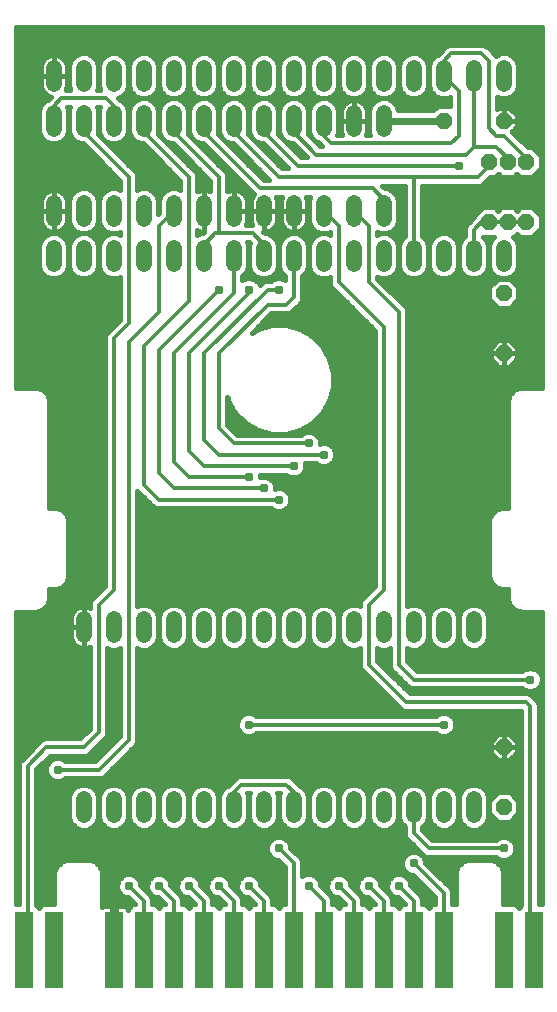
<source format=gbl>
G75*
%MOIN*%
%OFA0B0*%
%FSLAX24Y24*%
%IPPOS*%
%LPD*%
%AMOC8*
5,1,8,0,0,1.08239X$1,22.5*
%
%ADD10R,0.0600X0.2550*%
%ADD11C,0.0520*%
%ADD12OC8,0.0520*%
%ADD13C,0.0160*%
%ADD14C,0.0120*%
%ADD15C,0.0310*%
%ADD16C,0.0240*%
D10*
X000930Y003800D03*
X001930Y003800D03*
X003930Y003800D03*
X004930Y003800D03*
X005930Y003800D03*
X006930Y003800D03*
X007930Y003800D03*
X008930Y003800D03*
X009930Y003800D03*
X010930Y003800D03*
X011930Y003800D03*
X012930Y003800D03*
X013930Y003800D03*
X014930Y003800D03*
X016930Y003800D03*
X017930Y003800D03*
D11*
X015930Y008290D02*
X015930Y008810D01*
X014930Y008810D02*
X014930Y008290D01*
X013930Y008290D02*
X013930Y008810D01*
X012930Y008810D02*
X012930Y008290D01*
X011930Y008290D02*
X011930Y008810D01*
X010930Y008810D02*
X010930Y008290D01*
X009930Y008290D02*
X009930Y008810D01*
X008930Y008810D02*
X008930Y008290D01*
X007930Y008290D02*
X007930Y008810D01*
X006930Y008810D02*
X006930Y008290D01*
X005930Y008290D02*
X005930Y008810D01*
X004930Y008810D02*
X004930Y008290D01*
X003930Y008290D02*
X003930Y008810D01*
X002930Y008810D02*
X002930Y008290D01*
X002930Y014290D02*
X002930Y014810D01*
X003930Y014810D02*
X003930Y014290D01*
X004930Y014290D02*
X004930Y014810D01*
X005930Y014810D02*
X005930Y014290D01*
X006930Y014290D02*
X006930Y014810D01*
X007930Y014810D02*
X007930Y014290D01*
X008930Y014290D02*
X008930Y014810D01*
X009930Y014810D02*
X009930Y014290D01*
X010930Y014290D02*
X010930Y014810D01*
X011930Y014810D02*
X011930Y014290D01*
X012930Y014290D02*
X012930Y014810D01*
X013930Y014810D02*
X013930Y014290D01*
X014930Y014290D02*
X014930Y014810D01*
X015930Y014810D02*
X015930Y014290D01*
X015930Y026665D02*
X015930Y027185D01*
X014930Y027185D02*
X014930Y026665D01*
X013930Y026665D02*
X013930Y027185D01*
X012930Y027185D02*
X012930Y026665D01*
X012930Y028165D02*
X012930Y028685D01*
X011930Y028685D02*
X011930Y028165D01*
X011930Y027185D02*
X011930Y026665D01*
X010930Y026665D02*
X010930Y027185D01*
X010930Y028165D02*
X010930Y028685D01*
X009930Y028685D02*
X009930Y028165D01*
X009930Y027185D02*
X009930Y026665D01*
X008930Y026665D02*
X008930Y027185D01*
X008930Y028165D02*
X008930Y028685D01*
X007930Y028685D02*
X007930Y028165D01*
X007930Y027185D02*
X007930Y026665D01*
X006930Y026665D02*
X006930Y027185D01*
X006930Y028165D02*
X006930Y028685D01*
X005930Y028685D02*
X005930Y028165D01*
X005930Y027185D02*
X005930Y026665D01*
X004930Y026665D02*
X004930Y027185D01*
X004930Y028165D02*
X004930Y028685D01*
X003930Y028685D02*
X003930Y028165D01*
X003930Y027185D02*
X003930Y026665D01*
X002930Y026665D02*
X002930Y027185D01*
X002930Y028165D02*
X002930Y028685D01*
X001930Y028685D02*
X001930Y028165D01*
X001930Y027185D02*
X001930Y026665D01*
X001930Y031165D02*
X001930Y031685D01*
X001930Y032665D02*
X001930Y033185D01*
X002930Y033185D02*
X002930Y032665D01*
X002930Y031685D02*
X002930Y031165D01*
X003930Y031165D02*
X003930Y031685D01*
X003930Y032665D02*
X003930Y033185D01*
X004930Y033185D02*
X004930Y032665D01*
X004930Y031685D02*
X004930Y031165D01*
X005930Y031165D02*
X005930Y031685D01*
X005930Y032665D02*
X005930Y033185D01*
X006930Y033185D02*
X006930Y032665D01*
X006930Y031685D02*
X006930Y031165D01*
X007930Y031165D02*
X007930Y031685D01*
X007930Y032665D02*
X007930Y033185D01*
X008930Y033185D02*
X008930Y032665D01*
X008930Y031685D02*
X008930Y031165D01*
X009930Y031165D02*
X009930Y031685D01*
X009930Y032665D02*
X009930Y033185D01*
X010930Y033185D02*
X010930Y032665D01*
X010930Y031685D02*
X010930Y031165D01*
X011930Y031165D02*
X011930Y031685D01*
X011930Y032665D02*
X011930Y033185D01*
X012930Y033185D02*
X012930Y032665D01*
X012930Y031685D02*
X012930Y031165D01*
X013930Y032665D02*
X013930Y033185D01*
X014930Y033185D02*
X014930Y032665D01*
X015930Y032665D02*
X015930Y033185D01*
X016930Y033185D02*
X016930Y032665D01*
X016930Y027185D02*
X016930Y026665D01*
D12*
X016930Y025675D03*
X016930Y023675D03*
X017055Y028050D03*
X016430Y028050D03*
X016430Y030050D03*
X017055Y030050D03*
X017680Y030050D03*
X016930Y031425D03*
X017680Y028050D03*
X014930Y031425D03*
X016930Y010550D03*
X016930Y008550D03*
D13*
X016727Y009040D02*
X016440Y008753D01*
X016440Y008347D01*
X016727Y008060D01*
X017133Y008060D01*
X017420Y008347D01*
X017420Y008753D01*
X017133Y009040D01*
X016727Y009040D01*
X016577Y008890D02*
X016420Y008890D01*
X016420Y008907D02*
X016345Y009088D01*
X016208Y009225D01*
X016027Y009300D01*
X015833Y009300D01*
X015652Y009225D01*
X015515Y009088D01*
X015440Y008907D01*
X015440Y008193D01*
X015515Y008012D01*
X015652Y007875D01*
X015833Y007800D01*
X016027Y007800D01*
X016208Y007875D01*
X016345Y008012D01*
X016420Y008193D01*
X016420Y008907D01*
X016362Y009049D02*
X017515Y009049D01*
X017515Y009207D02*
X016226Y009207D01*
X016420Y008732D02*
X016440Y008732D01*
X016440Y008573D02*
X016420Y008573D01*
X016420Y008415D02*
X016440Y008415D01*
X016420Y008256D02*
X016531Y008256D01*
X016381Y008098D02*
X016690Y008098D01*
X016853Y007560D02*
X016712Y007501D01*
X016676Y007465D01*
X014550Y007465D01*
X014220Y007795D01*
X014220Y007887D01*
X014345Y008012D01*
X014420Y008193D01*
X014420Y008907D01*
X014345Y009088D01*
X014208Y009225D01*
X014027Y009300D01*
X013833Y009300D01*
X013652Y009225D01*
X013515Y009088D01*
X013440Y008907D01*
X013440Y008193D01*
X013515Y008012D01*
X013640Y007887D01*
X013640Y007617D01*
X013684Y007511D01*
X013766Y007429D01*
X014266Y006929D01*
X014372Y006885D01*
X016676Y006885D01*
X016712Y006849D01*
X016853Y006790D01*
X017007Y006790D01*
X017148Y006849D01*
X017256Y006957D01*
X017315Y007098D01*
X017315Y007252D01*
X017256Y007393D01*
X017148Y007501D01*
X017007Y007560D01*
X016853Y007560D01*
X017186Y007464D02*
X017515Y007464D01*
X017515Y007622D02*
X014393Y007622D01*
X014235Y007781D02*
X017515Y007781D01*
X017515Y007939D02*
X016272Y007939D01*
X015588Y007939D02*
X015272Y007939D01*
X015208Y007875D02*
X015345Y008012D01*
X015420Y008193D01*
X015420Y008907D01*
X015345Y009088D01*
X015208Y009225D01*
X015027Y009300D01*
X014833Y009300D01*
X014652Y009225D01*
X014515Y009088D01*
X014440Y008907D01*
X014440Y008193D01*
X014515Y008012D01*
X014652Y007875D01*
X014833Y007800D01*
X015027Y007800D01*
X015208Y007875D01*
X015381Y008098D02*
X015479Y008098D01*
X015440Y008256D02*
X015420Y008256D01*
X015420Y008415D02*
X015440Y008415D01*
X015440Y008573D02*
X015420Y008573D01*
X015420Y008732D02*
X015440Y008732D01*
X015440Y008890D02*
X015420Y008890D01*
X015362Y009049D02*
X015498Y009049D01*
X015634Y009207D02*
X015226Y009207D01*
X014634Y009207D02*
X014226Y009207D01*
X014362Y009049D02*
X014498Y009049D01*
X014440Y008890D02*
X014420Y008890D01*
X014420Y008732D02*
X014440Y008732D01*
X014440Y008573D02*
X014420Y008573D01*
X014420Y008415D02*
X014440Y008415D01*
X014440Y008256D02*
X014420Y008256D01*
X014381Y008098D02*
X014479Y008098D01*
X014588Y007939D02*
X014272Y007939D01*
X013890Y007305D02*
X009793Y007305D01*
X009815Y007252D02*
X009756Y007393D01*
X009648Y007501D01*
X009507Y007560D01*
X009353Y007560D01*
X009212Y007501D01*
X009104Y007393D01*
X009045Y007252D01*
X009045Y007098D01*
X009104Y006957D01*
X009212Y006849D01*
X009353Y006790D01*
X009405Y006790D01*
X009640Y006555D01*
X009640Y005305D01*
X009535Y005305D01*
X009430Y005200D01*
X009325Y005305D01*
X009220Y005305D01*
X009220Y005483D01*
X009176Y005589D01*
X008815Y005950D01*
X008815Y006002D01*
X008756Y006143D01*
X008648Y006251D01*
X008507Y006310D01*
X008353Y006310D01*
X008212Y006251D01*
X008104Y006143D01*
X008045Y006002D01*
X008045Y005848D01*
X008104Y005707D01*
X008212Y005599D01*
X008353Y005540D01*
X008405Y005540D01*
X008640Y005305D01*
X008535Y005305D01*
X008430Y005200D01*
X008325Y005305D01*
X008220Y005305D01*
X008220Y005483D01*
X008176Y005589D01*
X007815Y005950D01*
X007815Y006002D01*
X007756Y006143D01*
X007648Y006251D01*
X007507Y006310D01*
X007353Y006310D01*
X007212Y006251D01*
X007104Y006143D01*
X007045Y006002D01*
X007045Y005848D01*
X007104Y005707D01*
X007212Y005599D01*
X007353Y005540D01*
X007405Y005540D01*
X007640Y005305D01*
X007535Y005305D01*
X007430Y005200D01*
X007325Y005305D01*
X007220Y005305D01*
X007220Y005483D01*
X007176Y005589D01*
X006815Y005950D01*
X006815Y006002D01*
X006756Y006143D01*
X006648Y006251D01*
X006507Y006310D01*
X006353Y006310D01*
X006212Y006251D01*
X006104Y006143D01*
X006045Y006002D01*
X006045Y005848D01*
X006104Y005707D01*
X006212Y005599D01*
X006353Y005540D01*
X006405Y005540D01*
X006640Y005305D01*
X006535Y005305D01*
X006430Y005200D01*
X006325Y005305D01*
X006220Y005305D01*
X006220Y005483D01*
X006176Y005589D01*
X005815Y005950D01*
X005815Y006002D01*
X005756Y006143D01*
X005648Y006251D01*
X005507Y006310D01*
X005353Y006310D01*
X005212Y006251D01*
X005104Y006143D01*
X005045Y006002D01*
X005045Y005848D01*
X005104Y005707D01*
X005212Y005599D01*
X005353Y005540D01*
X005405Y005540D01*
X005640Y005305D01*
X005535Y005305D01*
X005430Y005200D01*
X005325Y005305D01*
X005220Y005305D01*
X005220Y005483D01*
X005176Y005589D01*
X004815Y005950D01*
X004815Y006002D01*
X004756Y006143D01*
X004648Y006251D01*
X004507Y006310D01*
X004353Y006310D01*
X004212Y006251D01*
X004104Y006143D01*
X004045Y006002D01*
X004045Y005848D01*
X004104Y005707D01*
X004212Y005599D01*
X004353Y005540D01*
X004405Y005540D01*
X004640Y005305D01*
X004535Y005305D01*
X004400Y005170D01*
X004400Y005136D01*
X004398Y005144D01*
X004374Y005186D01*
X004341Y005219D01*
X004299Y005243D01*
X004254Y005255D01*
X004000Y005255D01*
X004000Y004800D01*
X003860Y004800D01*
X003860Y005255D01*
X003606Y005255D01*
X003561Y005243D01*
X003535Y005228D01*
X003535Y006395D01*
X003462Y006572D01*
X003327Y006707D01*
X003150Y006780D01*
X002335Y006780D01*
X002158Y006707D01*
X002023Y006572D01*
X001950Y006395D01*
X001950Y005305D01*
X001535Y005305D01*
X001430Y005200D01*
X001345Y005285D01*
X001345Y009805D01*
X001800Y010260D01*
X002988Y010260D01*
X003094Y010304D01*
X003176Y010386D01*
X003676Y010886D01*
X003720Y010992D01*
X003720Y013847D01*
X003833Y013800D01*
X004027Y013800D01*
X004140Y013847D01*
X004140Y010920D01*
X003310Y010090D01*
X002309Y010090D01*
X002273Y010126D01*
X002132Y010185D01*
X001978Y010185D01*
X001837Y010126D01*
X001729Y010018D01*
X001670Y009877D01*
X001670Y009723D01*
X001729Y009582D01*
X001837Y009474D01*
X001978Y009415D01*
X002132Y009415D01*
X002273Y009474D01*
X002309Y009510D01*
X003488Y009510D01*
X003594Y009554D01*
X003676Y009636D01*
X004676Y010636D01*
X004720Y010742D01*
X004720Y013847D01*
X004833Y013800D01*
X005027Y013800D01*
X005208Y013875D01*
X005345Y014012D01*
X005420Y014193D01*
X005420Y014907D01*
X005345Y015088D01*
X005208Y015225D01*
X005027Y015300D01*
X004833Y015300D01*
X004720Y015253D01*
X004720Y019100D01*
X005184Y018636D01*
X005266Y018554D01*
X005372Y018510D01*
X009176Y018510D01*
X009212Y018474D01*
X009353Y018415D01*
X009507Y018415D01*
X009648Y018474D01*
X009756Y018582D01*
X009815Y018723D01*
X009815Y018877D01*
X009756Y019018D01*
X009648Y019126D01*
X009507Y019185D01*
X009353Y019185D01*
X009315Y019169D01*
X009315Y019252D01*
X009256Y019393D01*
X009148Y019501D01*
X009007Y019560D01*
X008853Y019560D01*
X008815Y019544D01*
X008815Y019627D01*
X008812Y019635D01*
X009676Y019635D01*
X009712Y019599D01*
X009853Y019540D01*
X010007Y019540D01*
X010148Y019599D01*
X010256Y019707D01*
X010315Y019848D01*
X010315Y020002D01*
X010312Y020010D01*
X010676Y020010D01*
X010712Y019974D01*
X010853Y019915D01*
X011007Y019915D01*
X011148Y019974D01*
X011256Y020082D01*
X011315Y020223D01*
X011315Y020377D01*
X011256Y020518D01*
X011148Y020626D01*
X011007Y020685D01*
X010853Y020685D01*
X010815Y020669D01*
X010815Y020752D01*
X010756Y020893D01*
X010648Y021001D01*
X010507Y021060D01*
X010353Y021060D01*
X010212Y021001D01*
X010176Y020965D01*
X008050Y020965D01*
X007720Y021295D01*
X007720Y022208D01*
X007748Y022103D01*
X007986Y021692D01*
X008322Y021356D01*
X008733Y021118D01*
X009192Y020995D01*
X009668Y020995D01*
X010127Y021118D01*
X010538Y021356D01*
X010874Y021692D01*
X011112Y022103D01*
X011235Y022562D01*
X011235Y023038D01*
X011112Y023497D01*
X010874Y023908D01*
X010538Y024244D01*
X010127Y024482D01*
X009668Y024605D01*
X009192Y024605D01*
X008733Y024482D01*
X008529Y024364D01*
X009175Y025010D01*
X009738Y025010D01*
X009844Y025054D01*
X010094Y025304D01*
X010176Y025386D01*
X010220Y025492D01*
X010220Y026262D01*
X010345Y026387D01*
X010420Y026568D01*
X010420Y027282D01*
X010345Y027463D01*
X010208Y027600D01*
X010027Y027675D01*
X009833Y027675D01*
X009652Y027600D01*
X009515Y027463D01*
X009440Y027282D01*
X009440Y026568D01*
X009515Y026387D01*
X009640Y026262D01*
X009640Y026130D01*
X009507Y026185D01*
X009353Y026185D01*
X009212Y026126D01*
X009176Y026090D01*
X008997Y026090D01*
X008891Y026046D01*
X008788Y025943D01*
X008756Y026018D01*
X008648Y026126D01*
X008507Y026185D01*
X008353Y026185D01*
X008220Y026130D01*
X008220Y026262D01*
X008345Y026387D01*
X008420Y026568D01*
X008420Y027282D01*
X008378Y027385D01*
X008435Y027385D01*
X008469Y027351D01*
X008440Y027282D01*
X008440Y026568D01*
X008515Y026387D01*
X008652Y026250D01*
X008833Y026175D01*
X009027Y026175D01*
X009208Y026250D01*
X009345Y026387D01*
X009420Y026568D01*
X009420Y027282D01*
X009345Y027463D01*
X009208Y027600D01*
X009027Y027675D01*
X008965Y027675D01*
X008915Y027725D01*
X008930Y027725D01*
X008965Y027725D01*
X009033Y027736D01*
X009099Y027757D01*
X009161Y027789D01*
X009217Y027829D01*
X009266Y027878D01*
X009306Y027934D01*
X009338Y027996D01*
X009359Y028062D01*
X009370Y028130D01*
X009370Y028425D01*
X009370Y028720D01*
X009359Y028788D01*
X009338Y028854D01*
X009322Y028885D01*
X009538Y028885D01*
X009522Y028854D01*
X009501Y028788D01*
X009490Y028720D01*
X009490Y028425D01*
X009930Y028425D01*
X010370Y028425D01*
X010370Y028720D01*
X010359Y028788D01*
X010338Y028854D01*
X010322Y028885D01*
X010482Y028885D01*
X010440Y028782D01*
X010440Y028068D01*
X010515Y027887D01*
X010652Y027750D01*
X010833Y027675D01*
X010652Y027600D01*
X010515Y027463D01*
X010440Y027282D01*
X010440Y026568D01*
X010515Y026387D01*
X010652Y026250D01*
X010833Y026175D01*
X011027Y026175D01*
X011140Y026222D01*
X011140Y025992D01*
X011184Y025886D01*
X012640Y024430D01*
X012640Y015920D01*
X012266Y015546D01*
X012184Y015464D01*
X012140Y015358D01*
X012140Y015253D01*
X012027Y015300D01*
X011833Y015300D01*
X011652Y015225D01*
X011515Y015088D01*
X011440Y014907D01*
X011440Y014193D01*
X011515Y014012D01*
X011652Y013875D01*
X011833Y013800D01*
X012027Y013800D01*
X012140Y013847D01*
X012140Y013242D01*
X012184Y013136D01*
X012266Y013054D01*
X013434Y011886D01*
X013434Y011886D01*
X013516Y011804D01*
X013622Y011760D01*
X017515Y011760D01*
X017515Y005285D01*
X017430Y005200D01*
X017325Y005305D01*
X016910Y005305D01*
X016910Y006395D01*
X016837Y006572D01*
X016702Y006707D01*
X016525Y006780D01*
X015710Y006780D01*
X015533Y006707D01*
X015398Y006572D01*
X015325Y006395D01*
X015325Y005305D01*
X015220Y005305D01*
X015220Y005733D01*
X015176Y005839D01*
X014315Y006700D01*
X014315Y006752D01*
X014256Y006893D01*
X014148Y007001D01*
X014007Y007060D01*
X013853Y007060D01*
X013712Y007001D01*
X013604Y006893D01*
X013545Y006752D01*
X013545Y006598D01*
X013604Y006457D01*
X013712Y006349D01*
X013853Y006290D01*
X013905Y006290D01*
X014640Y005555D01*
X014640Y005305D01*
X014535Y005305D01*
X014430Y005200D01*
X014325Y005305D01*
X014220Y005305D01*
X014220Y005483D01*
X014176Y005589D01*
X013815Y005950D01*
X013815Y006002D01*
X013756Y006143D01*
X013648Y006251D01*
X013507Y006310D01*
X013353Y006310D01*
X013212Y006251D01*
X013104Y006143D01*
X013045Y006002D01*
X013045Y005848D01*
X013104Y005707D01*
X013212Y005599D01*
X013353Y005540D01*
X013405Y005540D01*
X013640Y005305D01*
X013535Y005305D01*
X013430Y005200D01*
X013325Y005305D01*
X013220Y005305D01*
X013220Y005483D01*
X013176Y005589D01*
X012815Y005950D01*
X012815Y006002D01*
X012756Y006143D01*
X012648Y006251D01*
X012507Y006310D01*
X012353Y006310D01*
X012212Y006251D01*
X012104Y006143D01*
X012045Y006002D01*
X012045Y005848D01*
X012104Y005707D01*
X012212Y005599D01*
X012353Y005540D01*
X012405Y005540D01*
X012640Y005305D01*
X012535Y005305D01*
X012430Y005200D01*
X012325Y005305D01*
X012220Y005305D01*
X012220Y005483D01*
X012176Y005589D01*
X011815Y005950D01*
X011815Y006002D01*
X011756Y006143D01*
X011648Y006251D01*
X011507Y006310D01*
X011353Y006310D01*
X011212Y006251D01*
X011104Y006143D01*
X011045Y006002D01*
X011045Y005848D01*
X011104Y005707D01*
X011212Y005599D01*
X011353Y005540D01*
X011405Y005540D01*
X011640Y005305D01*
X011535Y005305D01*
X011430Y005200D01*
X011325Y005305D01*
X011220Y005305D01*
X011220Y005483D01*
X011176Y005589D01*
X010815Y005950D01*
X010815Y006002D01*
X010756Y006143D01*
X010648Y006251D01*
X010507Y006310D01*
X010353Y006310D01*
X010220Y006255D01*
X010220Y006733D01*
X010176Y006839D01*
X009815Y007200D01*
X009815Y007252D01*
X009869Y007147D02*
X014048Y007147D01*
X014161Y006988D02*
X014207Y006988D01*
X014283Y006830D02*
X016758Y006830D01*
X016738Y006671D02*
X017515Y006671D01*
X017515Y006513D02*
X016862Y006513D01*
X016910Y006354D02*
X017515Y006354D01*
X017515Y006196D02*
X016910Y006196D01*
X016910Y006037D02*
X017515Y006037D01*
X017515Y005879D02*
X016910Y005879D01*
X016910Y005720D02*
X017515Y005720D01*
X017515Y005562D02*
X016910Y005562D01*
X016910Y005403D02*
X017515Y005403D01*
X017474Y005245D02*
X017386Y005245D01*
X018095Y005305D02*
X018095Y011983D01*
X018051Y012089D01*
X017969Y012171D01*
X017844Y012296D01*
X017738Y012340D01*
X013800Y012340D01*
X012720Y013420D01*
X012720Y013847D01*
X012833Y013800D01*
X013027Y013800D01*
X013140Y013847D01*
X013140Y013242D01*
X013184Y013136D01*
X013684Y012636D01*
X013766Y012554D01*
X013872Y012510D01*
X017551Y012510D01*
X017587Y012474D01*
X017728Y012415D01*
X017882Y012415D01*
X018023Y012474D01*
X018131Y012582D01*
X018190Y012723D01*
X018190Y012877D01*
X018131Y013018D01*
X018023Y013126D01*
X017882Y013185D01*
X017728Y013185D01*
X017587Y013126D01*
X017551Y013090D01*
X014050Y013090D01*
X013720Y013420D01*
X013720Y013847D01*
X013833Y013800D01*
X014027Y013800D01*
X014208Y013875D01*
X014345Y014012D01*
X014420Y014193D01*
X014420Y014907D01*
X014345Y015088D01*
X014208Y015225D01*
X014027Y015300D01*
X013833Y015300D01*
X013720Y015253D01*
X013720Y025108D01*
X013676Y025214D01*
X013594Y025296D01*
X012720Y026170D01*
X012720Y026222D01*
X012833Y026175D01*
X013027Y026175D01*
X013208Y026250D01*
X013345Y026387D01*
X013420Y026568D01*
X013420Y027282D01*
X013345Y027463D01*
X013208Y027600D01*
X013027Y027675D01*
X013208Y027750D01*
X013345Y027887D01*
X013420Y028068D01*
X013420Y028782D01*
X013345Y028963D01*
X013208Y029100D01*
X013027Y029175D01*
X012965Y029175D01*
X012880Y029260D01*
X013640Y029260D01*
X013640Y027588D01*
X013515Y027463D01*
X013440Y027282D01*
X013440Y026568D01*
X013515Y026387D01*
X013652Y026250D01*
X013833Y026175D01*
X014027Y026175D01*
X014208Y026250D01*
X014345Y026387D01*
X014420Y026568D01*
X014420Y027282D01*
X014345Y027463D01*
X014220Y027588D01*
X014220Y029260D01*
X016113Y029260D01*
X016219Y029304D01*
X016475Y029560D01*
X016633Y029560D01*
X016742Y029670D01*
X016852Y029560D01*
X017258Y029560D01*
X017367Y029670D01*
X017477Y029560D01*
X017883Y029560D01*
X018170Y029847D01*
X018170Y030253D01*
X017883Y030540D01*
X017725Y030540D01*
X017196Y031069D01*
X017370Y031243D01*
X017370Y031425D01*
X017370Y031607D01*
X017112Y031865D01*
X016930Y031865D01*
X016930Y031425D01*
X016930Y031425D01*
X017370Y031425D01*
X016930Y031425D01*
X016930Y031425D01*
X016930Y031865D01*
X016748Y031865D01*
X016720Y031837D01*
X016720Y032222D01*
X016833Y032175D01*
X017027Y032175D01*
X017208Y032250D01*
X017345Y032387D01*
X017420Y032568D01*
X017420Y033282D01*
X017345Y033463D01*
X017208Y033600D01*
X017027Y033675D01*
X016833Y033675D01*
X016661Y033604D01*
X016426Y033839D01*
X016344Y033921D01*
X016238Y033965D01*
X015122Y033965D01*
X015016Y033921D01*
X014766Y033671D01*
X014726Y033631D01*
X014652Y033600D01*
X014515Y033463D01*
X014440Y033282D01*
X014440Y032568D01*
X014515Y032387D01*
X014652Y032250D01*
X014833Y032175D01*
X015027Y032175D01*
X015140Y032222D01*
X015140Y031908D01*
X015133Y031915D01*
X014727Y031915D01*
X014587Y031775D01*
X013420Y031775D01*
X013420Y031782D01*
X013345Y031963D01*
X013208Y032100D01*
X013027Y032175D01*
X013208Y032250D01*
X013345Y032387D01*
X013420Y032568D01*
X013420Y033282D01*
X013345Y033463D01*
X013208Y033600D01*
X013027Y033675D01*
X012833Y033675D01*
X012652Y033600D01*
X012515Y033463D01*
X012440Y033282D01*
X012440Y032568D01*
X012515Y032387D01*
X012652Y032250D01*
X012833Y032175D01*
X013027Y032175D01*
X012833Y032175D01*
X012652Y032100D01*
X012515Y031963D01*
X012440Y031782D01*
X012440Y031068D01*
X012482Y030965D01*
X012322Y030965D01*
X012338Y030996D01*
X012359Y031062D01*
X012370Y031130D01*
X012370Y031425D01*
X012370Y031720D01*
X012359Y031788D01*
X012338Y031854D01*
X012306Y031916D01*
X012266Y031972D01*
X012217Y032021D01*
X012161Y032061D01*
X012099Y032093D01*
X012033Y032114D01*
X011965Y032125D01*
X011930Y032125D01*
X011930Y031425D01*
X011930Y031425D01*
X012370Y031425D01*
X011930Y031425D01*
X011930Y031425D01*
X011930Y031425D01*
X011490Y031425D01*
X011490Y031720D01*
X011501Y031788D01*
X011522Y031854D01*
X011554Y031916D01*
X011594Y031972D01*
X011643Y032021D01*
X011699Y032061D01*
X011761Y032093D01*
X011827Y032114D01*
X011895Y032125D01*
X011930Y032125D01*
X011930Y031425D01*
X011490Y031425D01*
X011490Y031130D01*
X011501Y031062D01*
X011522Y030996D01*
X011538Y030965D01*
X011378Y030965D01*
X011420Y031068D01*
X011420Y031782D01*
X011345Y031963D01*
X011208Y032100D01*
X011027Y032175D01*
X011208Y032250D01*
X011345Y032387D01*
X011420Y032568D01*
X011420Y033282D01*
X011345Y033463D01*
X011208Y033600D01*
X011027Y033675D01*
X010833Y033675D01*
X010652Y033600D01*
X010515Y033463D01*
X010440Y033282D01*
X010440Y032568D01*
X010515Y032387D01*
X010652Y032250D01*
X010833Y032175D01*
X011027Y032175D01*
X010833Y032175D01*
X010652Y032100D01*
X010515Y031963D01*
X010440Y031782D01*
X010440Y031068D01*
X010515Y030887D01*
X010652Y030750D01*
X010726Y030719D01*
X010766Y030679D01*
X010855Y030590D01*
X010800Y030590D01*
X010391Y030999D01*
X010420Y031068D01*
X010420Y031782D01*
X010345Y031963D01*
X010208Y032100D01*
X010027Y032175D01*
X010208Y032250D01*
X010345Y032387D01*
X010420Y032568D01*
X010420Y033282D01*
X010345Y033463D01*
X010208Y033600D01*
X010027Y033675D01*
X009833Y033675D01*
X009652Y033600D01*
X009515Y033463D01*
X009440Y033282D01*
X009440Y032568D01*
X009515Y032387D01*
X009652Y032250D01*
X009833Y032175D01*
X010027Y032175D01*
X009833Y032175D01*
X009652Y032100D01*
X009515Y031963D01*
X009440Y031782D01*
X009440Y031068D01*
X009515Y030887D01*
X009652Y030750D01*
X009833Y030675D01*
X009895Y030675D01*
X010355Y030215D01*
X010175Y030215D01*
X009391Y030999D01*
X009420Y031068D01*
X009420Y031782D01*
X009345Y031963D01*
X009208Y032100D01*
X009027Y032175D01*
X009208Y032250D01*
X009345Y032387D01*
X009420Y032568D01*
X009420Y033282D01*
X009345Y033463D01*
X009208Y033600D01*
X009027Y033675D01*
X008833Y033675D01*
X008652Y033600D01*
X008515Y033463D01*
X008440Y033282D01*
X008440Y032568D01*
X008515Y032387D01*
X008652Y032250D01*
X008833Y032175D01*
X009027Y032175D01*
X008833Y032175D01*
X008652Y032100D01*
X008515Y031963D01*
X008440Y031782D01*
X008440Y031068D01*
X008515Y030887D01*
X008652Y030750D01*
X008833Y030675D01*
X008895Y030675D01*
X009730Y029840D01*
X009550Y029840D01*
X008391Y030999D01*
X008420Y031068D01*
X008420Y031782D01*
X008345Y031963D01*
X008208Y032100D01*
X008027Y032175D01*
X008208Y032250D01*
X008345Y032387D01*
X008420Y032568D01*
X008420Y033282D01*
X008345Y033463D01*
X008208Y033600D01*
X008027Y033675D01*
X007833Y033675D01*
X007652Y033600D01*
X007515Y033463D01*
X007440Y033282D01*
X007440Y032568D01*
X007515Y032387D01*
X007652Y032250D01*
X007833Y032175D01*
X008027Y032175D01*
X007833Y032175D01*
X007652Y032100D01*
X007515Y031963D01*
X007440Y031782D01*
X007440Y031068D01*
X007515Y030887D01*
X007652Y030750D01*
X007833Y030675D01*
X007895Y030675D01*
X009105Y029465D01*
X008925Y029465D01*
X007391Y030999D01*
X007420Y031068D01*
X007420Y031782D01*
X007345Y031963D01*
X007208Y032100D01*
X007027Y032175D01*
X007208Y032250D01*
X007345Y032387D01*
X007420Y032568D01*
X007420Y033282D01*
X007345Y033463D01*
X007208Y033600D01*
X007027Y033675D01*
X006833Y033675D01*
X006652Y033600D01*
X006515Y033463D01*
X006440Y033282D01*
X006440Y032568D01*
X006515Y032387D01*
X006652Y032250D01*
X006833Y032175D01*
X007027Y032175D01*
X006833Y032175D01*
X006652Y032100D01*
X006515Y031963D01*
X006440Y031782D01*
X006440Y031068D01*
X006515Y030887D01*
X006652Y030750D01*
X006833Y030675D01*
X006895Y030675D01*
X008559Y029011D01*
X008559Y029011D01*
X008596Y028974D01*
X008594Y028972D01*
X008554Y028916D01*
X008522Y028854D01*
X008501Y028788D01*
X008490Y028720D01*
X008490Y028425D01*
X008930Y028425D01*
X009370Y028425D01*
X008930Y028425D01*
X008930Y028425D01*
X008930Y028425D01*
X008930Y027725D01*
X008930Y028425D01*
X008930Y028425D01*
X008490Y028425D01*
X008490Y028130D01*
X008501Y028062D01*
X008522Y027996D01*
X008538Y027965D01*
X008322Y027965D01*
X008338Y027996D01*
X008359Y028062D01*
X008370Y028130D01*
X008370Y028425D01*
X008370Y028720D01*
X008359Y028788D01*
X008338Y028854D01*
X008306Y028916D01*
X008266Y028972D01*
X008217Y029021D01*
X008161Y029061D01*
X008099Y029093D01*
X008033Y029114D01*
X007965Y029125D01*
X007930Y029125D01*
X007930Y028425D01*
X007930Y028425D01*
X008370Y028425D01*
X007930Y028425D01*
X007930Y028425D01*
X007930Y029125D01*
X007895Y029125D01*
X007827Y029114D01*
X007761Y029093D01*
X007720Y029072D01*
X007720Y029608D01*
X007676Y029714D01*
X007594Y029796D01*
X006391Y030999D01*
X006420Y031068D01*
X006420Y031782D01*
X006345Y031963D01*
X006208Y032100D01*
X006027Y032175D01*
X006208Y032250D01*
X006345Y032387D01*
X006420Y032568D01*
X006420Y033282D01*
X006345Y033463D01*
X006208Y033600D01*
X006027Y033675D01*
X005833Y033675D01*
X005652Y033600D01*
X005515Y033463D01*
X005440Y033282D01*
X005440Y032568D01*
X005515Y032387D01*
X005652Y032250D01*
X005833Y032175D01*
X006027Y032175D01*
X005833Y032175D01*
X005652Y032100D01*
X005515Y031963D01*
X005440Y031782D01*
X005440Y031068D01*
X005515Y030887D01*
X005652Y030750D01*
X005833Y030675D01*
X005895Y030675D01*
X007140Y029430D01*
X007140Y029072D01*
X007099Y029093D01*
X007033Y029114D01*
X006965Y029125D01*
X006930Y029125D01*
X006930Y028425D01*
X006930Y028425D01*
X006930Y027725D01*
X006945Y027725D01*
X006895Y027675D01*
X006833Y027675D01*
X006720Y027628D01*
X006720Y027778D01*
X006761Y027757D01*
X006827Y027736D01*
X006895Y027725D01*
X006930Y027725D01*
X006930Y028425D01*
X006930Y028425D01*
X006930Y029125D01*
X006895Y029125D01*
X006827Y029114D01*
X006761Y029093D01*
X006720Y029072D01*
X006720Y029608D01*
X006676Y029714D01*
X006594Y029796D01*
X005391Y030999D01*
X005420Y031068D01*
X005420Y031782D01*
X005345Y031963D01*
X005208Y032100D01*
X005027Y032175D01*
X005208Y032250D01*
X005345Y032387D01*
X005420Y032568D01*
X005420Y033282D01*
X005345Y033463D01*
X005208Y033600D01*
X005027Y033675D01*
X004833Y033675D01*
X004652Y033600D01*
X004515Y033463D01*
X004440Y033282D01*
X004440Y032568D01*
X004515Y032387D01*
X004652Y032250D01*
X004833Y032175D01*
X005027Y032175D01*
X004833Y032175D01*
X004652Y032100D01*
X004515Y031963D01*
X004440Y031782D01*
X004440Y031068D01*
X004515Y030887D01*
X004652Y030750D01*
X004833Y030675D01*
X004895Y030675D01*
X006140Y029430D01*
X006140Y029128D01*
X006027Y029175D01*
X005833Y029175D01*
X005652Y029100D01*
X005515Y028963D01*
X005440Y028782D01*
X005440Y028345D01*
X005420Y028325D01*
X005420Y028782D01*
X005345Y028963D01*
X005208Y029100D01*
X005027Y029175D01*
X004833Y029175D01*
X004720Y029128D01*
X004720Y029608D01*
X004676Y029714D01*
X004594Y029796D01*
X003391Y030999D01*
X003420Y031068D01*
X003420Y031782D01*
X003378Y031885D01*
X003482Y031885D01*
X003440Y031782D01*
X003440Y031068D01*
X003515Y030887D01*
X003652Y030750D01*
X003833Y030675D01*
X004027Y030675D01*
X004208Y030750D01*
X004345Y030887D01*
X004420Y031068D01*
X004420Y031782D01*
X004345Y031963D01*
X004208Y032100D01*
X004134Y032131D01*
X004094Y032171D01*
X004072Y032193D01*
X004208Y032250D01*
X004345Y032387D01*
X004420Y032568D01*
X004420Y033282D01*
X004345Y033463D01*
X004208Y033600D01*
X004027Y033675D01*
X003833Y033675D01*
X003652Y033600D01*
X003515Y033463D01*
X003440Y033282D01*
X003440Y032568D01*
X003482Y032465D01*
X003378Y032465D01*
X003420Y032568D01*
X003420Y033282D01*
X003345Y033463D01*
X003208Y033600D01*
X003027Y033675D01*
X002833Y033675D01*
X002652Y033600D01*
X002515Y033463D01*
X002440Y033282D01*
X002440Y032568D01*
X002482Y032465D01*
X002322Y032465D01*
X002338Y032496D01*
X002359Y032562D01*
X002370Y032630D01*
X002370Y032925D01*
X002370Y033220D01*
X002359Y033288D01*
X002338Y033354D01*
X002306Y033416D01*
X002266Y033472D01*
X002217Y033521D01*
X002161Y033561D01*
X002099Y033593D01*
X002033Y033614D01*
X001965Y033625D01*
X001930Y033625D01*
X001930Y032925D01*
X001930Y032925D01*
X002370Y032925D01*
X001930Y032925D01*
X001930Y032925D01*
X001930Y032925D01*
X001490Y032925D01*
X001490Y033220D01*
X001501Y033288D01*
X001522Y033354D01*
X001554Y033416D01*
X001594Y033472D01*
X001643Y033521D01*
X001699Y033561D01*
X001761Y033593D01*
X001827Y033614D01*
X001895Y033625D01*
X001930Y033625D01*
X001930Y032925D01*
X001490Y032925D01*
X001490Y032630D01*
X001501Y032562D01*
X001522Y032496D01*
X001554Y032434D01*
X001594Y032378D01*
X001643Y032329D01*
X001699Y032289D01*
X001761Y032257D01*
X001827Y032236D01*
X001830Y032235D01*
X001726Y032131D01*
X001652Y032100D01*
X001515Y031963D01*
X001440Y031782D01*
X001440Y031068D01*
X001515Y030887D01*
X001652Y030750D01*
X001833Y030675D01*
X002027Y030675D01*
X002208Y030750D01*
X002345Y030887D01*
X002420Y031068D01*
X002420Y031782D01*
X002378Y031885D01*
X002482Y031885D01*
X002440Y031782D01*
X002440Y031068D01*
X002515Y030887D01*
X002652Y030750D01*
X002833Y030675D01*
X002895Y030675D01*
X004140Y029430D01*
X004140Y029128D01*
X004027Y029175D01*
X003833Y029175D01*
X003652Y029100D01*
X003515Y028963D01*
X003440Y028782D01*
X003440Y028068D01*
X003515Y027887D01*
X003652Y027750D01*
X003833Y027675D01*
X003652Y027600D01*
X003515Y027463D01*
X003440Y027282D01*
X003440Y026568D01*
X003515Y026387D01*
X003652Y026250D01*
X003833Y026175D01*
X004027Y026175D01*
X004140Y026222D01*
X004140Y024795D01*
X003766Y024421D01*
X003684Y024339D01*
X003640Y024233D01*
X003640Y015920D01*
X003266Y015546D01*
X003184Y015464D01*
X003140Y015358D01*
X003140Y015197D01*
X003099Y015218D01*
X003033Y015239D01*
X002965Y015250D01*
X002930Y015250D01*
X002930Y014550D01*
X002930Y014550D01*
X002930Y013850D01*
X002965Y013850D01*
X003033Y013861D01*
X003099Y013882D01*
X003140Y013903D01*
X003140Y011170D01*
X002810Y010840D01*
X001622Y010840D01*
X001516Y010796D01*
X000891Y010171D01*
X000809Y010089D01*
X000765Y009983D01*
X000765Y005305D01*
X000660Y005305D01*
X000660Y015070D01*
X001400Y015070D01*
X001577Y015143D01*
X001712Y015278D01*
X001785Y015455D01*
X001785Y015820D01*
X002025Y015820D01*
X002202Y015893D01*
X002337Y016028D01*
X002410Y016205D01*
X002410Y018145D01*
X002337Y018322D01*
X002202Y018457D01*
X002025Y018530D01*
X001785Y018530D01*
X001785Y022145D01*
X001712Y022322D01*
X001577Y022457D01*
X001400Y022530D01*
X000660Y022530D01*
X000660Y034570D01*
X018200Y034570D01*
X018200Y022530D01*
X017460Y022530D01*
X017283Y022457D01*
X017148Y022322D01*
X017075Y022145D01*
X017075Y018530D01*
X016835Y018530D01*
X016658Y018457D01*
X016523Y018322D01*
X016450Y018145D01*
X016450Y016205D01*
X016523Y016028D01*
X016658Y015893D01*
X016835Y015820D01*
X017075Y015820D01*
X017075Y015455D01*
X017148Y015278D01*
X017283Y015143D01*
X017460Y015070D01*
X018200Y015070D01*
X018200Y005305D01*
X018095Y005305D01*
X018095Y005403D02*
X018200Y005403D01*
X018200Y005562D02*
X018095Y005562D01*
X018095Y005720D02*
X018200Y005720D01*
X018200Y005879D02*
X018095Y005879D01*
X018095Y006037D02*
X018200Y006037D01*
X018200Y006196D02*
X018095Y006196D01*
X018095Y006354D02*
X018200Y006354D01*
X018200Y006513D02*
X018095Y006513D01*
X018095Y006671D02*
X018200Y006671D01*
X018200Y006830D02*
X018095Y006830D01*
X018095Y006988D02*
X018200Y006988D01*
X018200Y007147D02*
X018095Y007147D01*
X018095Y007305D02*
X018200Y007305D01*
X018200Y007464D02*
X018095Y007464D01*
X018095Y007622D02*
X018200Y007622D01*
X018200Y007781D02*
X018095Y007781D01*
X018095Y007939D02*
X018200Y007939D01*
X018200Y008098D02*
X018095Y008098D01*
X018095Y008256D02*
X018200Y008256D01*
X018200Y008415D02*
X018095Y008415D01*
X018095Y008573D02*
X018200Y008573D01*
X018200Y008732D02*
X018095Y008732D01*
X018095Y008890D02*
X018200Y008890D01*
X018200Y009049D02*
X018095Y009049D01*
X018095Y009207D02*
X018200Y009207D01*
X018200Y009366D02*
X018095Y009366D01*
X018095Y009524D02*
X018200Y009524D01*
X018200Y009683D02*
X018095Y009683D01*
X018095Y009841D02*
X018200Y009841D01*
X018200Y010000D02*
X018095Y010000D01*
X018095Y010158D02*
X018200Y010158D01*
X018200Y010317D02*
X018095Y010317D01*
X018095Y010475D02*
X018200Y010475D01*
X018200Y010634D02*
X018095Y010634D01*
X018095Y010792D02*
X018200Y010792D01*
X018200Y010951D02*
X018095Y010951D01*
X018095Y011109D02*
X018200Y011109D01*
X018200Y011268D02*
X018095Y011268D01*
X018095Y011426D02*
X018200Y011426D01*
X018200Y011585D02*
X018095Y011585D01*
X018095Y011743D02*
X018200Y011743D01*
X018200Y011902D02*
X018095Y011902D01*
X018063Y012060D02*
X018200Y012060D01*
X018200Y012219D02*
X017922Y012219D01*
X017969Y012171D02*
X017969Y012171D01*
X018200Y012377D02*
X013763Y012377D01*
X013811Y012536D02*
X013605Y012536D01*
X013626Y012694D02*
X013446Y012694D01*
X013467Y012853D02*
X013288Y012853D01*
X013309Y013011D02*
X013129Y013011D01*
X013170Y013170D02*
X012971Y013170D01*
X012812Y013328D02*
X013140Y013328D01*
X013140Y013487D02*
X012720Y013487D01*
X012720Y013645D02*
X013140Y013645D01*
X013140Y013804D02*
X013036Y013804D01*
X012824Y013804D02*
X012720Y013804D01*
X012170Y013170D02*
X004720Y013170D01*
X004720Y013328D02*
X012140Y013328D01*
X012140Y013487D02*
X004720Y013487D01*
X004720Y013645D02*
X012140Y013645D01*
X012140Y013804D02*
X012036Y013804D01*
X011824Y013804D02*
X011036Y013804D01*
X011027Y013800D02*
X011208Y013875D01*
X011345Y014012D01*
X011420Y014193D01*
X011420Y014907D01*
X011345Y015088D01*
X011208Y015225D01*
X011027Y015300D01*
X010833Y015300D01*
X010652Y015225D01*
X010515Y015088D01*
X010440Y014907D01*
X010440Y014193D01*
X010515Y014012D01*
X010652Y013875D01*
X010833Y013800D01*
X011027Y013800D01*
X010824Y013804D02*
X010036Y013804D01*
X010027Y013800D02*
X010208Y013875D01*
X010345Y014012D01*
X010420Y014193D01*
X010420Y014907D01*
X010345Y015088D01*
X010208Y015225D01*
X010027Y015300D01*
X009833Y015300D01*
X009652Y015225D01*
X009515Y015088D01*
X009440Y014907D01*
X009440Y014193D01*
X009515Y014012D01*
X009652Y013875D01*
X009833Y013800D01*
X010027Y013800D01*
X009824Y013804D02*
X009036Y013804D01*
X009027Y013800D02*
X009208Y013875D01*
X009345Y014012D01*
X009420Y014193D01*
X009420Y014907D01*
X009345Y015088D01*
X009208Y015225D01*
X009027Y015300D01*
X008833Y015300D01*
X008652Y015225D01*
X008515Y015088D01*
X008440Y014907D01*
X008440Y014193D01*
X008515Y014012D01*
X008652Y013875D01*
X008833Y013800D01*
X009027Y013800D01*
X008824Y013804D02*
X008036Y013804D01*
X008027Y013800D02*
X008208Y013875D01*
X008345Y014012D01*
X008420Y014193D01*
X008420Y014907D01*
X008345Y015088D01*
X008208Y015225D01*
X008027Y015300D01*
X007833Y015300D01*
X007652Y015225D01*
X007515Y015088D01*
X007440Y014907D01*
X007440Y014193D01*
X007515Y014012D01*
X007652Y013875D01*
X007833Y013800D01*
X008027Y013800D01*
X007824Y013804D02*
X007036Y013804D01*
X007027Y013800D02*
X007208Y013875D01*
X007345Y014012D01*
X007420Y014193D01*
X007420Y014907D01*
X007345Y015088D01*
X007208Y015225D01*
X007027Y015300D01*
X006833Y015300D01*
X006652Y015225D01*
X006515Y015088D01*
X006440Y014907D01*
X006440Y014193D01*
X006515Y014012D01*
X006652Y013875D01*
X006833Y013800D01*
X007027Y013800D01*
X007295Y013962D02*
X007565Y013962D01*
X007470Y014121D02*
X007390Y014121D01*
X007420Y014279D02*
X007440Y014279D01*
X007440Y014438D02*
X007420Y014438D01*
X007420Y014596D02*
X007440Y014596D01*
X007440Y014755D02*
X007420Y014755D01*
X007418Y014913D02*
X007442Y014913D01*
X007508Y015072D02*
X007352Y015072D01*
X007196Y015230D02*
X007664Y015230D01*
X008196Y015230D02*
X008664Y015230D01*
X008508Y015072D02*
X008352Y015072D01*
X008418Y014913D02*
X008442Y014913D01*
X008440Y014755D02*
X008420Y014755D01*
X008420Y014596D02*
X008440Y014596D01*
X008440Y014438D02*
X008420Y014438D01*
X008420Y014279D02*
X008440Y014279D01*
X008470Y014121D02*
X008390Y014121D01*
X008295Y013962D02*
X008565Y013962D01*
X009295Y013962D02*
X009565Y013962D01*
X009470Y014121D02*
X009390Y014121D01*
X009420Y014279D02*
X009440Y014279D01*
X009440Y014438D02*
X009420Y014438D01*
X009420Y014596D02*
X009440Y014596D01*
X009440Y014755D02*
X009420Y014755D01*
X009418Y014913D02*
X009442Y014913D01*
X009508Y015072D02*
X009352Y015072D01*
X009196Y015230D02*
X009664Y015230D01*
X010196Y015230D02*
X010664Y015230D01*
X010508Y015072D02*
X010352Y015072D01*
X010418Y014913D02*
X010442Y014913D01*
X010440Y014755D02*
X010420Y014755D01*
X010420Y014596D02*
X010440Y014596D01*
X010440Y014438D02*
X010420Y014438D01*
X010420Y014279D02*
X010440Y014279D01*
X010470Y014121D02*
X010390Y014121D01*
X010295Y013962D02*
X010565Y013962D01*
X011295Y013962D02*
X011565Y013962D01*
X011470Y014121D02*
X011390Y014121D01*
X011420Y014279D02*
X011440Y014279D01*
X011440Y014438D02*
X011420Y014438D01*
X011420Y014596D02*
X011440Y014596D01*
X011440Y014755D02*
X011420Y014755D01*
X011418Y014913D02*
X011442Y014913D01*
X011508Y015072D02*
X011352Y015072D01*
X011196Y015230D02*
X011664Y015230D01*
X012153Y015389D02*
X004720Y015389D01*
X004720Y015547D02*
X012267Y015547D01*
X012425Y015706D02*
X004720Y015706D01*
X004720Y015864D02*
X012584Y015864D01*
X012640Y016023D02*
X004720Y016023D01*
X004720Y016181D02*
X012640Y016181D01*
X012640Y016340D02*
X004720Y016340D01*
X004720Y016498D02*
X012640Y016498D01*
X012640Y016657D02*
X004720Y016657D01*
X004720Y016815D02*
X012640Y016815D01*
X012640Y016974D02*
X004720Y016974D01*
X004720Y017132D02*
X012640Y017132D01*
X012640Y017291D02*
X004720Y017291D01*
X004720Y017449D02*
X012640Y017449D01*
X012640Y017608D02*
X004720Y017608D01*
X004720Y017766D02*
X012640Y017766D01*
X012640Y017925D02*
X004720Y017925D01*
X004720Y018083D02*
X012640Y018083D01*
X012640Y018242D02*
X004720Y018242D01*
X004720Y018400D02*
X012640Y018400D01*
X012640Y018559D02*
X009733Y018559D01*
X009812Y018717D02*
X012640Y018717D01*
X012640Y018876D02*
X009815Y018876D01*
X009740Y019034D02*
X012640Y019034D01*
X012640Y019193D02*
X009315Y019193D01*
X009274Y019351D02*
X012640Y019351D01*
X012640Y019510D02*
X009128Y019510D01*
X008821Y021095D02*
X007921Y021095D01*
X007762Y021253D02*
X008499Y021253D01*
X008266Y021412D02*
X007720Y021412D01*
X007720Y021570D02*
X008107Y021570D01*
X007964Y021729D02*
X007720Y021729D01*
X007720Y021887D02*
X007873Y021887D01*
X007781Y022046D02*
X007720Y022046D01*
X007720Y022204D02*
X007721Y022204D01*
X008588Y024423D02*
X008631Y024423D01*
X008747Y024582D02*
X009105Y024582D01*
X008905Y024740D02*
X012330Y024740D01*
X012488Y024582D02*
X009755Y024582D01*
X009847Y025057D02*
X012013Y025057D01*
X012171Y024899D02*
X009064Y024899D01*
X008853Y026008D02*
X008761Y026008D01*
X008551Y026167D02*
X009309Y026167D01*
X009283Y026325D02*
X009577Y026325D01*
X009551Y026167D02*
X009640Y026167D01*
X009475Y026484D02*
X009385Y026484D01*
X009420Y026642D02*
X009440Y026642D01*
X009440Y026801D02*
X009420Y026801D01*
X009420Y026959D02*
X009440Y026959D01*
X009440Y027118D02*
X009420Y027118D01*
X009420Y027276D02*
X009440Y027276D01*
X009503Y027435D02*
X009357Y027435D01*
X009215Y027593D02*
X009645Y027593D01*
X009761Y027757D02*
X009827Y027736D01*
X009895Y027725D01*
X009930Y027725D01*
X009965Y027725D01*
X010033Y027736D01*
X010099Y027757D01*
X010161Y027789D01*
X010217Y027829D01*
X010266Y027878D01*
X010306Y027934D01*
X010338Y027996D01*
X010359Y028062D01*
X010370Y028130D01*
X010370Y028425D01*
X009930Y028425D01*
X009930Y028425D01*
X009930Y027725D01*
X009930Y028425D01*
X009930Y028425D01*
X009930Y028425D01*
X009490Y028425D01*
X009490Y028130D01*
X009501Y028062D01*
X009522Y027996D01*
X009554Y027934D01*
X009594Y027878D01*
X009643Y027829D01*
X009699Y027789D01*
X009761Y027757D01*
X009779Y027752D02*
X009081Y027752D01*
X008930Y027752D02*
X008930Y027752D01*
X008930Y027910D02*
X008930Y027910D01*
X008930Y028069D02*
X008930Y028069D01*
X008930Y028227D02*
X008930Y028227D01*
X008930Y028386D02*
X008930Y028386D01*
X009289Y027910D02*
X009571Y027910D01*
X009500Y028069D02*
X009360Y028069D01*
X009370Y028227D02*
X009490Y028227D01*
X009490Y028386D02*
X009370Y028386D01*
X009370Y028544D02*
X009490Y028544D01*
X009490Y028703D02*
X009370Y028703D01*
X009334Y028861D02*
X009526Y028861D01*
X009930Y028386D02*
X009930Y028386D01*
X009930Y028227D02*
X009930Y028227D01*
X009930Y028069D02*
X009930Y028069D01*
X009930Y027910D02*
X009930Y027910D01*
X009930Y027752D02*
X009930Y027752D01*
X010081Y027752D02*
X010650Y027752D01*
X010645Y027593D02*
X010215Y027593D01*
X010357Y027435D02*
X010503Y027435D01*
X010440Y027276D02*
X010420Y027276D01*
X010420Y027118D02*
X010440Y027118D01*
X010440Y026959D02*
X010420Y026959D01*
X010420Y026801D02*
X010440Y026801D01*
X010440Y026642D02*
X010420Y026642D01*
X010385Y026484D02*
X010475Y026484D01*
X010577Y026325D02*
X010283Y026325D01*
X010220Y026167D02*
X011140Y026167D01*
X011140Y026008D02*
X010220Y026008D01*
X010220Y025850D02*
X011220Y025850D01*
X011379Y025691D02*
X010220Y025691D01*
X010220Y025533D02*
X011537Y025533D01*
X011696Y025374D02*
X010164Y025374D01*
X010006Y025216D02*
X011854Y025216D01*
X012640Y024423D02*
X010229Y024423D01*
X010503Y024265D02*
X012640Y024265D01*
X012640Y024106D02*
X010677Y024106D01*
X010835Y023948D02*
X012640Y023948D01*
X012640Y023789D02*
X010943Y023789D01*
X011035Y023631D02*
X012640Y023631D01*
X012640Y023472D02*
X011119Y023472D01*
X011161Y023314D02*
X012640Y023314D01*
X012640Y023155D02*
X011204Y023155D01*
X011235Y022997D02*
X012640Y022997D01*
X012640Y022838D02*
X011235Y022838D01*
X011235Y022680D02*
X012640Y022680D01*
X012640Y022521D02*
X011224Y022521D01*
X011181Y022363D02*
X012640Y022363D01*
X012640Y022204D02*
X011139Y022204D01*
X011079Y022046D02*
X012640Y022046D01*
X012640Y021887D02*
X010987Y021887D01*
X010896Y021729D02*
X012640Y021729D01*
X012640Y021570D02*
X010753Y021570D01*
X010594Y021412D02*
X012640Y021412D01*
X012640Y021253D02*
X010361Y021253D01*
X010039Y021095D02*
X012640Y021095D01*
X012640Y020936D02*
X010713Y020936D01*
X010804Y020778D02*
X012640Y020778D01*
X012640Y020619D02*
X011155Y020619D01*
X011280Y020461D02*
X012640Y020461D01*
X012640Y020302D02*
X011315Y020302D01*
X011282Y020144D02*
X012640Y020144D01*
X012640Y019985D02*
X011159Y019985D01*
X010700Y019985D02*
X010315Y019985D01*
X010306Y019827D02*
X012640Y019827D01*
X012640Y019668D02*
X010217Y019668D01*
X013358Y025533D02*
X016440Y025533D01*
X016440Y025472D02*
X016727Y025185D01*
X017133Y025185D01*
X017420Y025472D01*
X017420Y025878D01*
X017133Y026165D01*
X016727Y026165D01*
X016440Y025878D01*
X016440Y025472D01*
X016538Y025374D02*
X013516Y025374D01*
X013675Y025216D02*
X016696Y025216D01*
X016440Y025691D02*
X013199Y025691D01*
X013041Y025850D02*
X016440Y025850D01*
X016570Y026008D02*
X012882Y026008D01*
X012724Y026167D02*
X018200Y026167D01*
X018200Y026325D02*
X017283Y026325D01*
X017345Y026387D02*
X017420Y026568D01*
X017420Y027282D01*
X017345Y027463D01*
X017248Y027560D01*
X017258Y027560D01*
X017367Y027670D01*
X017477Y027560D01*
X017883Y027560D01*
X018170Y027847D01*
X018170Y028253D01*
X017883Y028540D01*
X017477Y028540D01*
X017367Y028430D01*
X017258Y028540D01*
X016852Y028540D01*
X016742Y028430D01*
X016633Y028540D01*
X016227Y028540D01*
X015940Y028253D01*
X015940Y028220D01*
X015766Y028046D01*
X015684Y027964D01*
X015640Y027858D01*
X015640Y027588D01*
X015515Y027463D01*
X015440Y027282D01*
X015440Y026568D01*
X015515Y026387D01*
X015652Y026250D01*
X015833Y026175D01*
X016027Y026175D01*
X016208Y026250D01*
X016345Y026387D01*
X016420Y026568D01*
X016420Y027282D01*
X016345Y027463D01*
X016248Y027560D01*
X016612Y027560D01*
X016515Y027463D01*
X016440Y027282D01*
X016440Y026568D01*
X016515Y026387D01*
X016652Y026250D01*
X016833Y026175D01*
X017027Y026175D01*
X017208Y026250D01*
X017345Y026387D01*
X017385Y026484D02*
X018200Y026484D01*
X018200Y026642D02*
X017420Y026642D01*
X017420Y026801D02*
X018200Y026801D01*
X018200Y026959D02*
X017420Y026959D01*
X017420Y027118D02*
X018200Y027118D01*
X018200Y027276D02*
X017420Y027276D01*
X017357Y027435D02*
X018200Y027435D01*
X018200Y027593D02*
X017916Y027593D01*
X018075Y027752D02*
X018200Y027752D01*
X018200Y027910D02*
X018170Y027910D01*
X018170Y028069D02*
X018200Y028069D01*
X018200Y028227D02*
X018170Y028227D01*
X018200Y028386D02*
X018037Y028386D01*
X018200Y028544D02*
X014220Y028544D01*
X014220Y028386D02*
X016073Y028386D01*
X015940Y028227D02*
X014220Y028227D01*
X014220Y028069D02*
X015788Y028069D01*
X015662Y027910D02*
X014220Y027910D01*
X014220Y027752D02*
X015640Y027752D01*
X015640Y027593D02*
X015215Y027593D01*
X015208Y027600D02*
X015027Y027675D01*
X014833Y027675D01*
X014652Y027600D01*
X014515Y027463D01*
X014440Y027282D01*
X014440Y026568D01*
X014515Y026387D01*
X014652Y026250D01*
X014833Y026175D01*
X015027Y026175D01*
X015208Y026250D01*
X015345Y026387D01*
X015420Y026568D01*
X015420Y027282D01*
X015345Y027463D01*
X015208Y027600D01*
X015357Y027435D02*
X015503Y027435D01*
X015440Y027276D02*
X015420Y027276D01*
X015420Y027118D02*
X015440Y027118D01*
X015440Y026959D02*
X015420Y026959D01*
X015420Y026801D02*
X015440Y026801D01*
X015440Y026642D02*
X015420Y026642D01*
X015385Y026484D02*
X015475Y026484D01*
X015577Y026325D02*
X015283Y026325D01*
X014577Y026325D02*
X014283Y026325D01*
X014385Y026484D02*
X014475Y026484D01*
X014440Y026642D02*
X014420Y026642D01*
X014420Y026801D02*
X014440Y026801D01*
X014440Y026959D02*
X014420Y026959D01*
X014420Y027118D02*
X014440Y027118D01*
X014440Y027276D02*
X014420Y027276D01*
X014357Y027435D02*
X014503Y027435D01*
X014645Y027593D02*
X014220Y027593D01*
X013640Y027593D02*
X013215Y027593D01*
X013210Y027752D02*
X013640Y027752D01*
X013640Y027910D02*
X013355Y027910D01*
X013420Y028069D02*
X013640Y028069D01*
X013640Y028227D02*
X013420Y028227D01*
X013420Y028386D02*
X013640Y028386D01*
X013640Y028544D02*
X013420Y028544D01*
X013420Y028703D02*
X013640Y028703D01*
X013640Y028861D02*
X013387Y028861D01*
X013288Y029020D02*
X013640Y029020D01*
X013640Y029178D02*
X012962Y029178D01*
X012720Y027722D02*
X012833Y027675D01*
X013027Y027675D01*
X012833Y027675D01*
X012720Y027628D01*
X012720Y027722D01*
X013357Y027435D02*
X013503Y027435D01*
X013440Y027276D02*
X013420Y027276D01*
X013420Y027118D02*
X013440Y027118D01*
X013440Y026959D02*
X013420Y026959D01*
X013420Y026801D02*
X013440Y026801D01*
X013440Y026642D02*
X013420Y026642D01*
X013385Y026484D02*
X013475Y026484D01*
X013577Y026325D02*
X013283Y026325D01*
X013720Y025057D02*
X018200Y025057D01*
X018200Y024899D02*
X013720Y024899D01*
X013720Y024740D02*
X018200Y024740D01*
X018200Y024582D02*
X013720Y024582D01*
X013720Y024423D02*
X018200Y024423D01*
X018200Y024265D02*
X013720Y024265D01*
X013720Y024106D02*
X016739Y024106D01*
X016748Y024115D02*
X016490Y023857D01*
X016490Y023675D01*
X016930Y023675D01*
X016930Y023675D01*
X016930Y024115D01*
X017112Y024115D01*
X017370Y023857D01*
X017370Y023675D01*
X016930Y023675D01*
X016930Y023675D01*
X016930Y023675D01*
X016930Y024115D01*
X016748Y024115D01*
X016930Y024106D02*
X016930Y024106D01*
X016930Y023948D02*
X016930Y023948D01*
X016930Y023789D02*
X016930Y023789D01*
X016930Y023675D02*
X016490Y023675D01*
X016490Y023493D01*
X016748Y023235D01*
X016930Y023235D01*
X017112Y023235D01*
X017370Y023493D01*
X017370Y023675D01*
X016930Y023675D01*
X016930Y023235D01*
X016930Y023675D01*
X016930Y023675D01*
X016930Y023631D02*
X016930Y023631D01*
X016930Y023472D02*
X016930Y023472D01*
X016930Y023314D02*
X016930Y023314D01*
X017191Y023314D02*
X018200Y023314D01*
X018200Y023472D02*
X017349Y023472D01*
X017370Y023631D02*
X018200Y023631D01*
X018200Y023789D02*
X017370Y023789D01*
X017280Y023948D02*
X018200Y023948D01*
X018200Y024106D02*
X017121Y024106D01*
X016580Y023948D02*
X013720Y023948D01*
X013720Y023789D02*
X016490Y023789D01*
X016490Y023631D02*
X013720Y023631D01*
X013720Y023472D02*
X016511Y023472D01*
X016669Y023314D02*
X013720Y023314D01*
X013720Y023155D02*
X018200Y023155D01*
X018200Y022997D02*
X013720Y022997D01*
X013720Y022838D02*
X018200Y022838D01*
X018200Y022680D02*
X013720Y022680D01*
X013720Y022521D02*
X017438Y022521D01*
X017189Y022363D02*
X013720Y022363D01*
X013720Y022204D02*
X017099Y022204D01*
X017075Y022046D02*
X013720Y022046D01*
X013720Y021887D02*
X017075Y021887D01*
X017075Y021729D02*
X013720Y021729D01*
X013720Y021570D02*
X017075Y021570D01*
X017075Y021412D02*
X013720Y021412D01*
X013720Y021253D02*
X017075Y021253D01*
X017075Y021095D02*
X013720Y021095D01*
X013720Y020936D02*
X017075Y020936D01*
X017075Y020778D02*
X013720Y020778D01*
X013720Y020619D02*
X017075Y020619D01*
X017075Y020461D02*
X013720Y020461D01*
X013720Y020302D02*
X017075Y020302D01*
X017075Y020144D02*
X013720Y020144D01*
X013720Y019985D02*
X017075Y019985D01*
X017075Y019827D02*
X013720Y019827D01*
X013720Y019668D02*
X017075Y019668D01*
X017075Y019510D02*
X013720Y019510D01*
X013720Y019351D02*
X017075Y019351D01*
X017075Y019193D02*
X013720Y019193D01*
X013720Y019034D02*
X017075Y019034D01*
X017075Y018876D02*
X013720Y018876D01*
X013720Y018717D02*
X017075Y018717D01*
X017075Y018559D02*
X013720Y018559D01*
X013720Y018400D02*
X016601Y018400D01*
X016490Y018242D02*
X013720Y018242D01*
X013720Y018083D02*
X016450Y018083D01*
X016450Y017925D02*
X013720Y017925D01*
X013720Y017766D02*
X016450Y017766D01*
X016450Y017608D02*
X013720Y017608D01*
X013720Y017449D02*
X016450Y017449D01*
X016450Y017291D02*
X013720Y017291D01*
X013720Y017132D02*
X016450Y017132D01*
X016450Y016974D02*
X013720Y016974D01*
X013720Y016815D02*
X016450Y016815D01*
X016450Y016657D02*
X013720Y016657D01*
X013720Y016498D02*
X016450Y016498D01*
X016450Y016340D02*
X013720Y016340D01*
X013720Y016181D02*
X016460Y016181D01*
X016529Y016023D02*
X013720Y016023D01*
X013720Y015864D02*
X016728Y015864D01*
X017075Y015706D02*
X013720Y015706D01*
X013720Y015547D02*
X017075Y015547D01*
X017102Y015389D02*
X013720Y015389D01*
X014196Y015230D02*
X014664Y015230D01*
X014652Y015225D02*
X014515Y015088D01*
X014440Y014907D01*
X014440Y014193D01*
X014515Y014012D01*
X014652Y013875D01*
X014833Y013800D01*
X015027Y013800D01*
X015208Y013875D01*
X015345Y014012D01*
X015420Y014193D01*
X015420Y014907D01*
X015345Y015088D01*
X015208Y015225D01*
X015027Y015300D01*
X014833Y015300D01*
X014652Y015225D01*
X014508Y015072D02*
X014352Y015072D01*
X014418Y014913D02*
X014442Y014913D01*
X014440Y014755D02*
X014420Y014755D01*
X014420Y014596D02*
X014440Y014596D01*
X014440Y014438D02*
X014420Y014438D01*
X014420Y014279D02*
X014440Y014279D01*
X014470Y014121D02*
X014390Y014121D01*
X014295Y013962D02*
X014565Y013962D01*
X014824Y013804D02*
X014036Y013804D01*
X013824Y013804D02*
X013720Y013804D01*
X013720Y013645D02*
X018200Y013645D01*
X018200Y013487D02*
X013720Y013487D01*
X013812Y013328D02*
X018200Y013328D01*
X018200Y013170D02*
X017919Y013170D01*
X017691Y013170D02*
X013971Y013170D01*
X013101Y012219D02*
X004720Y012219D01*
X004720Y012377D02*
X012943Y012377D01*
X012784Y012536D02*
X004720Y012536D01*
X004720Y012694D02*
X012626Y012694D01*
X012467Y012853D02*
X004720Y012853D01*
X004720Y013011D02*
X012309Y013011D01*
X012266Y013054D02*
X012266Y013054D01*
X013260Y012060D02*
X004720Y012060D01*
X004720Y011902D02*
X013418Y011902D01*
X014676Y011590D02*
X008684Y011590D01*
X008648Y011626D01*
X008507Y011685D01*
X008353Y011685D01*
X008212Y011626D01*
X008104Y011518D01*
X008045Y011377D01*
X008045Y011223D01*
X008104Y011082D01*
X008212Y010974D01*
X008353Y010915D01*
X008507Y010915D01*
X008648Y010974D01*
X008684Y011010D01*
X014676Y011010D01*
X014712Y010974D01*
X014853Y010915D01*
X015007Y010915D01*
X015148Y010974D01*
X015256Y011082D01*
X015315Y011223D01*
X015315Y011377D01*
X015256Y011518D01*
X015148Y011626D01*
X015007Y011685D01*
X014853Y011685D01*
X014712Y011626D01*
X014676Y011590D01*
X014768Y010951D02*
X008592Y010951D01*
X008268Y010951D02*
X004720Y010951D01*
X004720Y011109D02*
X008092Y011109D01*
X008045Y011268D02*
X004720Y011268D01*
X004720Y011426D02*
X008065Y011426D01*
X008170Y011585D02*
X004720Y011585D01*
X004720Y011743D02*
X017515Y011743D01*
X017515Y011585D02*
X015190Y011585D01*
X015295Y011426D02*
X017515Y011426D01*
X017515Y011268D02*
X015315Y011268D01*
X015268Y011109D02*
X017515Y011109D01*
X017515Y010951D02*
X017152Y010951D01*
X017112Y010990D02*
X016930Y010990D01*
X016930Y010550D01*
X016930Y010550D01*
X017370Y010550D01*
X017370Y010732D01*
X017112Y010990D01*
X016930Y010990D02*
X016748Y010990D01*
X016490Y010732D01*
X016490Y010550D01*
X016930Y010550D01*
X016930Y010550D01*
X016930Y010550D01*
X016930Y010990D01*
X016930Y010951D02*
X016930Y010951D01*
X016930Y010792D02*
X016930Y010792D01*
X016930Y010634D02*
X016930Y010634D01*
X016930Y010550D02*
X016490Y010550D01*
X016490Y010368D01*
X016748Y010110D01*
X016930Y010110D01*
X017112Y010110D01*
X017370Y010368D01*
X017370Y010550D01*
X016930Y010550D01*
X016930Y010110D01*
X016930Y010550D01*
X016930Y010550D01*
X016930Y010475D02*
X016930Y010475D01*
X016930Y010317D02*
X016930Y010317D01*
X016930Y010158D02*
X016930Y010158D01*
X017160Y010158D02*
X017515Y010158D01*
X017515Y010000D02*
X004040Y010000D01*
X004198Y010158D02*
X016700Y010158D01*
X016541Y010317D02*
X004357Y010317D01*
X004515Y010475D02*
X016490Y010475D01*
X016490Y010634D02*
X004674Y010634D01*
X004720Y010792D02*
X016550Y010792D01*
X016708Y010951D02*
X015092Y010951D01*
X013634Y009207D02*
X013226Y009207D01*
X013208Y009225D02*
X013027Y009300D01*
X012833Y009300D01*
X012652Y009225D01*
X012515Y009088D01*
X012440Y008907D01*
X012440Y008193D01*
X012515Y008012D01*
X012652Y007875D01*
X012833Y007800D01*
X013027Y007800D01*
X013208Y007875D01*
X013345Y008012D01*
X013420Y008193D01*
X013420Y008907D01*
X013345Y009088D01*
X013208Y009225D01*
X013362Y009049D02*
X013498Y009049D01*
X013440Y008890D02*
X013420Y008890D01*
X013420Y008732D02*
X013440Y008732D01*
X013440Y008573D02*
X013420Y008573D01*
X013420Y008415D02*
X013440Y008415D01*
X013440Y008256D02*
X013420Y008256D01*
X013381Y008098D02*
X013479Y008098D01*
X013588Y007939D02*
X013272Y007939D01*
X013640Y007781D02*
X001345Y007781D01*
X001345Y007939D02*
X002588Y007939D01*
X002652Y007875D02*
X002833Y007800D01*
X003027Y007800D01*
X003208Y007875D01*
X003345Y008012D01*
X003420Y008193D01*
X003420Y008907D01*
X003345Y009088D01*
X003208Y009225D01*
X003027Y009300D01*
X002833Y009300D01*
X002652Y009225D01*
X002515Y009088D01*
X002440Y008907D01*
X002440Y008193D01*
X002515Y008012D01*
X002652Y007875D01*
X002479Y008098D02*
X001345Y008098D01*
X001345Y008256D02*
X002440Y008256D01*
X002440Y008415D02*
X001345Y008415D01*
X001345Y008573D02*
X002440Y008573D01*
X002440Y008732D02*
X001345Y008732D01*
X001345Y008890D02*
X002440Y008890D01*
X002498Y009049D02*
X001345Y009049D01*
X001345Y009207D02*
X002634Y009207D01*
X002197Y010158D02*
X003378Y010158D01*
X003536Y010317D02*
X003107Y010317D01*
X003265Y010475D02*
X003695Y010475D01*
X003853Y010634D02*
X003424Y010634D01*
X003582Y010792D02*
X004012Y010792D01*
X004140Y010951D02*
X003703Y010951D01*
X003720Y011109D02*
X004140Y011109D01*
X004140Y011268D02*
X003720Y011268D01*
X003720Y011426D02*
X004140Y011426D01*
X004140Y011585D02*
X003720Y011585D01*
X003720Y011743D02*
X004140Y011743D01*
X004140Y011902D02*
X003720Y011902D01*
X003720Y012060D02*
X004140Y012060D01*
X004140Y012219D02*
X003720Y012219D01*
X003720Y012377D02*
X004140Y012377D01*
X004140Y012536D02*
X003720Y012536D01*
X003720Y012694D02*
X004140Y012694D01*
X004140Y012853D02*
X003720Y012853D01*
X003720Y013011D02*
X004140Y013011D01*
X004140Y013170D02*
X003720Y013170D01*
X003720Y013328D02*
X004140Y013328D01*
X004140Y013487D02*
X003720Y013487D01*
X003720Y013645D02*
X004140Y013645D01*
X004140Y013804D02*
X004036Y013804D01*
X003824Y013804D02*
X003720Y013804D01*
X003140Y013804D02*
X000660Y013804D01*
X000660Y013962D02*
X002636Y013962D01*
X002643Y013954D02*
X002699Y013914D01*
X002761Y013882D01*
X002827Y013861D01*
X002895Y013850D01*
X002930Y013850D01*
X002930Y014550D01*
X002930Y014550D01*
X002930Y014550D01*
X002490Y014550D01*
X002490Y014845D01*
X002501Y014913D01*
X000660Y014913D01*
X000660Y014755D02*
X002490Y014755D01*
X002501Y014913D02*
X002522Y014979D01*
X002554Y015041D01*
X002594Y015097D01*
X002643Y015146D01*
X002699Y015186D01*
X002761Y015218D01*
X002827Y015239D01*
X002895Y015250D01*
X002930Y015250D01*
X002930Y014550D01*
X002490Y014550D01*
X002490Y014255D01*
X002501Y014187D01*
X002522Y014121D01*
X002554Y014059D01*
X002594Y014003D01*
X002643Y013954D01*
X002523Y014121D02*
X000660Y014121D01*
X000660Y014279D02*
X002490Y014279D01*
X002490Y014438D02*
X000660Y014438D01*
X000660Y014596D02*
X002490Y014596D01*
X002576Y015072D02*
X001404Y015072D01*
X001664Y015230D02*
X002799Y015230D01*
X002930Y015230D02*
X002930Y015230D01*
X003061Y015230D02*
X003140Y015230D01*
X003153Y015389D02*
X001758Y015389D01*
X001785Y015547D02*
X003267Y015547D01*
X003425Y015706D02*
X001785Y015706D01*
X002132Y015864D02*
X003584Y015864D01*
X003640Y016023D02*
X002331Y016023D01*
X002400Y016181D02*
X003640Y016181D01*
X003640Y016340D02*
X002410Y016340D01*
X002410Y016498D02*
X003640Y016498D01*
X003640Y016657D02*
X002410Y016657D01*
X002410Y016815D02*
X003640Y016815D01*
X003640Y016974D02*
X002410Y016974D01*
X002410Y017132D02*
X003640Y017132D01*
X003640Y017291D02*
X002410Y017291D01*
X002410Y017449D02*
X003640Y017449D01*
X003640Y017608D02*
X002410Y017608D01*
X002410Y017766D02*
X003640Y017766D01*
X003640Y017925D02*
X002410Y017925D01*
X002410Y018083D02*
X003640Y018083D01*
X003640Y018242D02*
X002370Y018242D01*
X002259Y018400D02*
X003640Y018400D01*
X003640Y018559D02*
X001785Y018559D01*
X001785Y018717D02*
X003640Y018717D01*
X003640Y018876D02*
X001785Y018876D01*
X001785Y019034D02*
X003640Y019034D01*
X003640Y019193D02*
X001785Y019193D01*
X001785Y019351D02*
X003640Y019351D01*
X003640Y019510D02*
X001785Y019510D01*
X001785Y019668D02*
X003640Y019668D01*
X003640Y019827D02*
X001785Y019827D01*
X001785Y019985D02*
X003640Y019985D01*
X003640Y020144D02*
X001785Y020144D01*
X001785Y020302D02*
X003640Y020302D01*
X003640Y020461D02*
X001785Y020461D01*
X001785Y020619D02*
X003640Y020619D01*
X003640Y020778D02*
X001785Y020778D01*
X001785Y020936D02*
X003640Y020936D01*
X003640Y021095D02*
X001785Y021095D01*
X001785Y021253D02*
X003640Y021253D01*
X003640Y021412D02*
X001785Y021412D01*
X001785Y021570D02*
X003640Y021570D01*
X003640Y021729D02*
X001785Y021729D01*
X001785Y021887D02*
X003640Y021887D01*
X003640Y022046D02*
X001785Y022046D01*
X001761Y022204D02*
X003640Y022204D01*
X003640Y022363D02*
X001671Y022363D01*
X001422Y022521D02*
X003640Y022521D01*
X003640Y022680D02*
X000660Y022680D01*
X000660Y022838D02*
X003640Y022838D01*
X003640Y022997D02*
X000660Y022997D01*
X000660Y023155D02*
X003640Y023155D01*
X003640Y023314D02*
X000660Y023314D01*
X000660Y023472D02*
X003640Y023472D01*
X003640Y023631D02*
X000660Y023631D01*
X000660Y023789D02*
X003640Y023789D01*
X003640Y023948D02*
X000660Y023948D01*
X000660Y024106D02*
X003640Y024106D01*
X003653Y024265D02*
X000660Y024265D01*
X000660Y024423D02*
X003768Y024423D01*
X003926Y024582D02*
X000660Y024582D01*
X000660Y024740D02*
X004085Y024740D01*
X004140Y024899D02*
X000660Y024899D01*
X000660Y025057D02*
X004140Y025057D01*
X004140Y025216D02*
X000660Y025216D01*
X000660Y025374D02*
X004140Y025374D01*
X004140Y025533D02*
X000660Y025533D01*
X000660Y025691D02*
X004140Y025691D01*
X004140Y025850D02*
X000660Y025850D01*
X000660Y026008D02*
X004140Y026008D01*
X004140Y026167D02*
X000660Y026167D01*
X000660Y026325D02*
X001577Y026325D01*
X001515Y026387D02*
X001652Y026250D01*
X001833Y026175D01*
X002027Y026175D01*
X002208Y026250D01*
X002345Y026387D01*
X002420Y026568D01*
X002420Y027282D01*
X002345Y027463D01*
X002208Y027600D01*
X002027Y027675D01*
X001833Y027675D01*
X001652Y027600D01*
X001515Y027463D01*
X001440Y027282D01*
X001440Y026568D01*
X001515Y026387D01*
X001475Y026484D02*
X000660Y026484D01*
X000660Y026642D02*
X001440Y026642D01*
X001440Y026801D02*
X000660Y026801D01*
X000660Y026959D02*
X001440Y026959D01*
X001440Y027118D02*
X000660Y027118D01*
X000660Y027276D02*
X001440Y027276D01*
X001503Y027435D02*
X000660Y027435D01*
X000660Y027593D02*
X001645Y027593D01*
X001761Y027757D02*
X001699Y027789D01*
X001643Y027829D01*
X001594Y027878D01*
X001554Y027934D01*
X001522Y027996D01*
X001501Y028062D01*
X001490Y028130D01*
X001490Y028425D01*
X001930Y028425D01*
X002370Y028425D01*
X002370Y028720D01*
X002359Y028788D01*
X002338Y028854D01*
X002306Y028916D01*
X002266Y028972D01*
X002217Y029021D01*
X002161Y029061D01*
X002099Y029093D01*
X002033Y029114D01*
X001965Y029125D01*
X001930Y029125D01*
X001930Y028425D01*
X001930Y028425D01*
X001930Y028425D01*
X002370Y028425D01*
X002370Y028130D01*
X002359Y028062D01*
X002338Y027996D01*
X002306Y027934D01*
X002266Y027878D01*
X002217Y027829D01*
X002161Y027789D01*
X002099Y027757D01*
X002033Y027736D01*
X001965Y027725D01*
X001930Y027725D01*
X001930Y028425D01*
X001930Y028425D01*
X001930Y028425D01*
X001930Y029125D01*
X001895Y029125D01*
X001827Y029114D01*
X001761Y029093D01*
X001699Y029061D01*
X001643Y029021D01*
X001594Y028972D01*
X001554Y028916D01*
X001522Y028854D01*
X001501Y028788D01*
X001490Y028720D01*
X001490Y028425D01*
X001930Y028425D01*
X001930Y027725D01*
X001895Y027725D01*
X001827Y027736D01*
X001761Y027757D01*
X001779Y027752D02*
X000660Y027752D01*
X000660Y027910D02*
X001571Y027910D01*
X001500Y028069D02*
X000660Y028069D01*
X000660Y028227D02*
X001490Y028227D01*
X001490Y028386D02*
X000660Y028386D01*
X000660Y028544D02*
X001490Y028544D01*
X001490Y028703D02*
X000660Y028703D01*
X000660Y028861D02*
X001526Y028861D01*
X001642Y029020D02*
X000660Y029020D01*
X000660Y029178D02*
X004140Y029178D01*
X004140Y029337D02*
X000660Y029337D01*
X000660Y029495D02*
X004075Y029495D01*
X003916Y029654D02*
X000660Y029654D01*
X000660Y029812D02*
X003758Y029812D01*
X003599Y029971D02*
X000660Y029971D01*
X000660Y030129D02*
X003441Y030129D01*
X003282Y030288D02*
X000660Y030288D01*
X000660Y030446D02*
X003124Y030446D01*
X002965Y030605D02*
X000660Y030605D01*
X000660Y030763D02*
X001639Y030763D01*
X001500Y030922D02*
X000660Y030922D01*
X000660Y031080D02*
X001440Y031080D01*
X001440Y031239D02*
X000660Y031239D01*
X000660Y031397D02*
X001440Y031397D01*
X001440Y031556D02*
X000660Y031556D01*
X000660Y031714D02*
X001440Y031714D01*
X001477Y031873D02*
X000660Y031873D01*
X000660Y032031D02*
X001583Y032031D01*
X001784Y032190D02*
X000660Y032190D01*
X000660Y032348D02*
X001625Y032348D01*
X001519Y032507D02*
X000660Y032507D01*
X000660Y032665D02*
X001490Y032665D01*
X001490Y032824D02*
X000660Y032824D01*
X000660Y032982D02*
X001490Y032982D01*
X001490Y033141D02*
X000660Y033141D01*
X000660Y033299D02*
X001504Y033299D01*
X001584Y033458D02*
X000660Y033458D01*
X000660Y033616D02*
X001839Y033616D01*
X001930Y033616D02*
X001930Y033616D01*
X002021Y033616D02*
X002690Y033616D01*
X002513Y033458D02*
X002276Y033458D01*
X002356Y033299D02*
X002447Y033299D01*
X002440Y033141D02*
X002370Y033141D01*
X002370Y032982D02*
X002440Y032982D01*
X002440Y032824D02*
X002370Y032824D01*
X002370Y032665D02*
X002440Y032665D01*
X002465Y032507D02*
X002341Y032507D01*
X001930Y032982D02*
X001930Y032982D01*
X001930Y033141D02*
X001930Y033141D01*
X001930Y033299D02*
X001930Y033299D01*
X001930Y033458D02*
X001930Y033458D01*
X002383Y031873D02*
X002477Y031873D01*
X002440Y031714D02*
X002420Y031714D01*
X002420Y031556D02*
X002440Y031556D01*
X002440Y031397D02*
X002420Y031397D01*
X002420Y031239D02*
X002440Y031239D01*
X002440Y031080D02*
X002420Y031080D01*
X002360Y030922D02*
X002500Y030922D01*
X002639Y030763D02*
X002221Y030763D01*
X002833Y029175D02*
X002652Y029100D01*
X002515Y028963D01*
X002440Y028782D01*
X002440Y028068D01*
X002515Y027887D01*
X002652Y027750D01*
X002833Y027675D01*
X003027Y027675D01*
X003208Y027750D01*
X003345Y027887D01*
X003420Y028068D01*
X003420Y028782D01*
X003345Y028963D01*
X003208Y029100D01*
X003027Y029175D01*
X002833Y029175D01*
X002572Y029020D02*
X002218Y029020D01*
X002334Y028861D02*
X002473Y028861D01*
X002440Y028703D02*
X002370Y028703D01*
X002370Y028544D02*
X002440Y028544D01*
X002440Y028386D02*
X002370Y028386D01*
X002370Y028227D02*
X002440Y028227D01*
X002440Y028069D02*
X002360Y028069D01*
X002289Y027910D02*
X002505Y027910D01*
X002650Y027752D02*
X002081Y027752D01*
X001930Y027752D02*
X001930Y027752D01*
X001930Y027910D02*
X001930Y027910D01*
X001930Y028069D02*
X001930Y028069D01*
X001930Y028227D02*
X001930Y028227D01*
X001930Y028386D02*
X001930Y028386D01*
X001930Y028544D02*
X001930Y028544D01*
X001930Y028703D02*
X001930Y028703D01*
X001930Y028861D02*
X001930Y028861D01*
X001930Y029020D02*
X001930Y029020D01*
X002215Y027593D02*
X002645Y027593D01*
X002652Y027600D02*
X002515Y027463D01*
X002440Y027282D01*
X002440Y026568D01*
X002515Y026387D01*
X002652Y026250D01*
X002833Y026175D01*
X003027Y026175D01*
X003208Y026250D01*
X003345Y026387D01*
X003420Y026568D01*
X003420Y027282D01*
X003345Y027463D01*
X003208Y027600D01*
X003027Y027675D01*
X002833Y027675D01*
X002652Y027600D01*
X002503Y027435D02*
X002357Y027435D01*
X002420Y027276D02*
X002440Y027276D01*
X002440Y027118D02*
X002420Y027118D01*
X002420Y026959D02*
X002440Y026959D01*
X002440Y026801D02*
X002420Y026801D01*
X002420Y026642D02*
X002440Y026642D01*
X002475Y026484D02*
X002385Y026484D01*
X002283Y026325D02*
X002577Y026325D01*
X003283Y026325D02*
X003577Y026325D01*
X003475Y026484D02*
X003385Y026484D01*
X003420Y026642D02*
X003440Y026642D01*
X003440Y026801D02*
X003420Y026801D01*
X003420Y026959D02*
X003440Y026959D01*
X003440Y027118D02*
X003420Y027118D01*
X003420Y027276D02*
X003440Y027276D01*
X003503Y027435D02*
X003357Y027435D01*
X003215Y027593D02*
X003645Y027593D01*
X003650Y027752D02*
X003210Y027752D01*
X003355Y027910D02*
X003505Y027910D01*
X003440Y028069D02*
X003420Y028069D01*
X003420Y028227D02*
X003440Y028227D01*
X003440Y028386D02*
X003420Y028386D01*
X003420Y028544D02*
X003440Y028544D01*
X003440Y028703D02*
X003420Y028703D01*
X003387Y028861D02*
X003473Y028861D01*
X003572Y029020D02*
X003288Y029020D01*
X003833Y027675D02*
X004027Y027675D01*
X003833Y027675D01*
X004027Y027675D02*
X004140Y027628D01*
X004140Y027722D01*
X004027Y027675D01*
X004720Y029178D02*
X006140Y029178D01*
X006140Y029337D02*
X004720Y029337D01*
X004720Y029495D02*
X006075Y029495D01*
X005916Y029654D02*
X004701Y029654D01*
X004578Y029812D02*
X005758Y029812D01*
X005599Y029971D02*
X004420Y029971D01*
X004261Y030129D02*
X005441Y030129D01*
X005282Y030288D02*
X004103Y030288D01*
X003944Y030446D02*
X005124Y030446D01*
X004965Y030605D02*
X003786Y030605D01*
X003639Y030763D02*
X003627Y030763D01*
X003500Y030922D02*
X003469Y030922D01*
X003440Y031080D02*
X003420Y031080D01*
X003420Y031239D02*
X003440Y031239D01*
X003440Y031397D02*
X003420Y031397D01*
X003420Y031556D02*
X003440Y031556D01*
X003440Y031714D02*
X003420Y031714D01*
X003383Y031873D02*
X003477Y031873D01*
X003465Y032507D02*
X003395Y032507D01*
X003420Y032665D02*
X003440Y032665D01*
X003440Y032824D02*
X003420Y032824D01*
X003420Y032982D02*
X003440Y032982D01*
X003440Y033141D02*
X003420Y033141D01*
X003413Y033299D02*
X003447Y033299D01*
X003513Y033458D02*
X003347Y033458D01*
X003170Y033616D02*
X003690Y033616D01*
X004170Y033616D02*
X004690Y033616D01*
X004513Y033458D02*
X004347Y033458D01*
X004413Y033299D02*
X004447Y033299D01*
X004440Y033141D02*
X004420Y033141D01*
X004420Y032982D02*
X004440Y032982D01*
X004440Y032824D02*
X004420Y032824D01*
X004420Y032665D02*
X004440Y032665D01*
X004465Y032507D02*
X004395Y032507D01*
X004306Y032348D02*
X004554Y032348D01*
X004583Y032031D02*
X004277Y032031D01*
X004383Y031873D02*
X004477Y031873D01*
X004440Y031714D02*
X004420Y031714D01*
X004420Y031556D02*
X004440Y031556D01*
X004440Y031397D02*
X004420Y031397D01*
X004420Y031239D02*
X004440Y031239D01*
X004440Y031080D02*
X004420Y031080D01*
X004360Y030922D02*
X004500Y030922D01*
X004639Y030763D02*
X004221Y030763D01*
X004076Y032190D02*
X004797Y032190D01*
X005063Y032190D02*
X005797Y032190D01*
X006063Y032190D02*
X006797Y032190D01*
X006583Y032031D02*
X006277Y032031D01*
X006383Y031873D02*
X006477Y031873D01*
X006440Y031714D02*
X006420Y031714D01*
X006420Y031556D02*
X006440Y031556D01*
X006440Y031397D02*
X006420Y031397D01*
X006420Y031239D02*
X006440Y031239D01*
X006440Y031080D02*
X006420Y031080D01*
X006469Y030922D02*
X006500Y030922D01*
X006627Y030763D02*
X006639Y030763D01*
X006786Y030605D02*
X006965Y030605D01*
X006944Y030446D02*
X007124Y030446D01*
X007103Y030288D02*
X007282Y030288D01*
X007261Y030129D02*
X007441Y030129D01*
X007420Y029971D02*
X007599Y029971D01*
X007578Y029812D02*
X007758Y029812D01*
X007701Y029654D02*
X007916Y029654D01*
X008075Y029495D02*
X007720Y029495D01*
X007720Y029337D02*
X008233Y029337D01*
X008392Y029178D02*
X007720Y029178D01*
X007930Y029020D02*
X007930Y029020D01*
X007930Y028861D02*
X007930Y028861D01*
X007930Y028703D02*
X007930Y028703D01*
X007930Y028544D02*
X007930Y028544D01*
X008334Y028861D02*
X008526Y028861D01*
X008550Y029020D02*
X008218Y029020D01*
X008370Y028703D02*
X008490Y028703D01*
X008490Y028544D02*
X008370Y028544D01*
X008370Y028386D02*
X008490Y028386D01*
X008490Y028227D02*
X008370Y028227D01*
X008360Y028069D02*
X008500Y028069D01*
X008440Y027276D02*
X008420Y027276D01*
X008420Y027118D02*
X008440Y027118D01*
X008440Y026959D02*
X008420Y026959D01*
X008420Y026801D02*
X008440Y026801D01*
X008440Y026642D02*
X008420Y026642D01*
X008385Y026484D02*
X008475Y026484D01*
X008577Y026325D02*
X008283Y026325D01*
X008309Y026167D02*
X008220Y026167D01*
X006930Y027752D02*
X006930Y027752D01*
X006779Y027752D02*
X006720Y027752D01*
X006930Y027910D02*
X006930Y027910D01*
X006930Y028069D02*
X006930Y028069D01*
X006930Y028227D02*
X006930Y028227D01*
X006930Y028386D02*
X006930Y028386D01*
X006930Y028544D02*
X006930Y028544D01*
X006930Y028703D02*
X006930Y028703D01*
X006930Y028861D02*
X006930Y028861D01*
X006930Y029020D02*
X006930Y029020D01*
X006720Y029178D02*
X007140Y029178D01*
X007140Y029337D02*
X006720Y029337D01*
X006720Y029495D02*
X007075Y029495D01*
X006916Y029654D02*
X006701Y029654D01*
X006758Y029812D02*
X006578Y029812D01*
X006599Y029971D02*
X006420Y029971D01*
X006441Y030129D02*
X006261Y030129D01*
X006282Y030288D02*
X006103Y030288D01*
X006124Y030446D02*
X005944Y030446D01*
X005965Y030605D02*
X005786Y030605D01*
X005639Y030763D02*
X005627Y030763D01*
X005500Y030922D02*
X005469Y030922D01*
X005440Y031080D02*
X005420Y031080D01*
X005420Y031239D02*
X005440Y031239D01*
X005440Y031397D02*
X005420Y031397D01*
X005420Y031556D02*
X005440Y031556D01*
X005440Y031714D02*
X005420Y031714D01*
X005383Y031873D02*
X005477Y031873D01*
X005583Y032031D02*
X005277Y032031D01*
X005306Y032348D02*
X005554Y032348D01*
X005465Y032507D02*
X005395Y032507D01*
X005420Y032665D02*
X005440Y032665D01*
X005440Y032824D02*
X005420Y032824D01*
X005420Y032982D02*
X005440Y032982D01*
X005440Y033141D02*
X005420Y033141D01*
X005413Y033299D02*
X005447Y033299D01*
X005513Y033458D02*
X005347Y033458D01*
X005170Y033616D02*
X005690Y033616D01*
X006170Y033616D02*
X006690Y033616D01*
X006513Y033458D02*
X006347Y033458D01*
X006413Y033299D02*
X006447Y033299D01*
X006440Y033141D02*
X006420Y033141D01*
X006420Y032982D02*
X006440Y032982D01*
X006440Y032824D02*
X006420Y032824D01*
X006420Y032665D02*
X006440Y032665D01*
X006465Y032507D02*
X006395Y032507D01*
X006306Y032348D02*
X006554Y032348D01*
X007063Y032190D02*
X007797Y032190D01*
X008063Y032190D02*
X008797Y032190D01*
X009063Y032190D02*
X009797Y032190D01*
X009583Y032031D02*
X009277Y032031D01*
X009383Y031873D02*
X009477Y031873D01*
X009440Y031714D02*
X009420Y031714D01*
X009420Y031556D02*
X009440Y031556D01*
X009440Y031397D02*
X009420Y031397D01*
X009420Y031239D02*
X009440Y031239D01*
X009440Y031080D02*
X009420Y031080D01*
X009469Y030922D02*
X009500Y030922D01*
X009627Y030763D02*
X009639Y030763D01*
X009786Y030605D02*
X009965Y030605D01*
X009944Y030446D02*
X010124Y030446D01*
X010103Y030288D02*
X010282Y030288D01*
X010627Y030763D02*
X010639Y030763D01*
X010766Y030679D02*
X010766Y030679D01*
X010786Y030605D02*
X010840Y030605D01*
X010500Y030922D02*
X010469Y030922D01*
X010440Y031080D02*
X010420Y031080D01*
X010420Y031239D02*
X010440Y031239D01*
X010440Y031397D02*
X010420Y031397D01*
X010420Y031556D02*
X010440Y031556D01*
X010440Y031714D02*
X010420Y031714D01*
X010383Y031873D02*
X010477Y031873D01*
X010583Y032031D02*
X010277Y032031D01*
X010063Y032190D02*
X010797Y032190D01*
X010554Y032348D02*
X010306Y032348D01*
X010395Y032507D02*
X010465Y032507D01*
X010440Y032665D02*
X010420Y032665D01*
X010420Y032824D02*
X010440Y032824D01*
X010440Y032982D02*
X010420Y032982D01*
X010420Y033141D02*
X010440Y033141D01*
X010447Y033299D02*
X010413Y033299D01*
X010347Y033458D02*
X010513Y033458D01*
X010690Y033616D02*
X010170Y033616D01*
X009690Y033616D02*
X009170Y033616D01*
X009347Y033458D02*
X009513Y033458D01*
X009447Y033299D02*
X009413Y033299D01*
X009420Y033141D02*
X009440Y033141D01*
X009440Y032982D02*
X009420Y032982D01*
X009420Y032824D02*
X009440Y032824D01*
X009440Y032665D02*
X009420Y032665D01*
X009395Y032507D02*
X009465Y032507D01*
X009554Y032348D02*
X009306Y032348D01*
X008554Y032348D02*
X008306Y032348D01*
X008395Y032507D02*
X008465Y032507D01*
X008440Y032665D02*
X008420Y032665D01*
X008420Y032824D02*
X008440Y032824D01*
X008440Y032982D02*
X008420Y032982D01*
X008420Y033141D02*
X008440Y033141D01*
X008447Y033299D02*
X008413Y033299D01*
X008347Y033458D02*
X008513Y033458D01*
X008690Y033616D02*
X008170Y033616D01*
X007690Y033616D02*
X007170Y033616D01*
X007347Y033458D02*
X007513Y033458D01*
X007447Y033299D02*
X007413Y033299D01*
X007420Y033141D02*
X007440Y033141D01*
X007440Y032982D02*
X007420Y032982D01*
X007420Y032824D02*
X007440Y032824D01*
X007440Y032665D02*
X007420Y032665D01*
X007395Y032507D02*
X007465Y032507D01*
X007554Y032348D02*
X007306Y032348D01*
X007277Y032031D02*
X007583Y032031D01*
X007477Y031873D02*
X007383Y031873D01*
X007420Y031714D02*
X007440Y031714D01*
X007440Y031556D02*
X007420Y031556D01*
X007420Y031397D02*
X007440Y031397D01*
X007440Y031239D02*
X007420Y031239D01*
X007420Y031080D02*
X007440Y031080D01*
X007469Y030922D02*
X007500Y030922D01*
X007627Y030763D02*
X007639Y030763D01*
X007786Y030605D02*
X007965Y030605D01*
X007944Y030446D02*
X008124Y030446D01*
X008103Y030288D02*
X008282Y030288D01*
X008261Y030129D02*
X008441Y030129D01*
X008420Y029971D02*
X008599Y029971D01*
X008578Y029812D02*
X008758Y029812D01*
X008737Y029654D02*
X008916Y029654D01*
X008895Y029495D02*
X009075Y029495D01*
X009420Y029971D02*
X009599Y029971D01*
X009441Y030129D02*
X009261Y030129D01*
X009282Y030288D02*
X009103Y030288D01*
X009124Y030446D02*
X008944Y030446D01*
X008965Y030605D02*
X008786Y030605D01*
X008639Y030763D02*
X008627Y030763D01*
X008500Y030922D02*
X008469Y030922D01*
X008440Y031080D02*
X008420Y031080D01*
X008420Y031239D02*
X008440Y031239D01*
X008440Y031397D02*
X008420Y031397D01*
X008420Y031556D02*
X008440Y031556D01*
X008440Y031714D02*
X008420Y031714D01*
X008383Y031873D02*
X008477Y031873D01*
X008583Y032031D02*
X008277Y032031D01*
X010334Y028861D02*
X010473Y028861D01*
X010440Y028703D02*
X010370Y028703D01*
X010370Y028544D02*
X010440Y028544D01*
X010440Y028386D02*
X010370Y028386D01*
X010370Y028227D02*
X010440Y028227D01*
X010440Y028069D02*
X010360Y028069D01*
X010289Y027910D02*
X010505Y027910D01*
X010833Y027675D02*
X011027Y027675D01*
X011140Y027628D01*
X011140Y027722D01*
X011027Y027675D01*
X010833Y027675D01*
X011420Y031080D02*
X011498Y031080D01*
X011490Y031239D02*
X011420Y031239D01*
X011420Y031397D02*
X011490Y031397D01*
X011490Y031556D02*
X011420Y031556D01*
X011420Y031714D02*
X011490Y031714D01*
X011532Y031873D02*
X011383Y031873D01*
X011277Y032031D02*
X011658Y032031D01*
X011797Y032190D02*
X011063Y032190D01*
X011306Y032348D02*
X011554Y032348D01*
X011515Y032387D02*
X011652Y032250D01*
X011833Y032175D01*
X012027Y032175D01*
X012208Y032250D01*
X012345Y032387D01*
X012420Y032568D01*
X012420Y033282D01*
X012345Y033463D01*
X012208Y033600D01*
X012027Y033675D01*
X011833Y033675D01*
X011652Y033600D01*
X011515Y033463D01*
X011440Y033282D01*
X011440Y032568D01*
X011515Y032387D01*
X011465Y032507D02*
X011395Y032507D01*
X011420Y032665D02*
X011440Y032665D01*
X011440Y032824D02*
X011420Y032824D01*
X011420Y032982D02*
X011440Y032982D01*
X011440Y033141D02*
X011420Y033141D01*
X011413Y033299D02*
X011447Y033299D01*
X011513Y033458D02*
X011347Y033458D01*
X011170Y033616D02*
X011690Y033616D01*
X012170Y033616D02*
X012690Y033616D01*
X012513Y033458D02*
X012347Y033458D01*
X012413Y033299D02*
X012447Y033299D01*
X012440Y033141D02*
X012420Y033141D01*
X012420Y032982D02*
X012440Y032982D01*
X012440Y032824D02*
X012420Y032824D01*
X012420Y032665D02*
X012440Y032665D01*
X012465Y032507D02*
X012395Y032507D01*
X012306Y032348D02*
X012554Y032348D01*
X012797Y032190D02*
X012063Y032190D01*
X011930Y032031D02*
X011930Y032031D01*
X011930Y031873D02*
X011930Y031873D01*
X011930Y031714D02*
X011930Y031714D01*
X011930Y031556D02*
X011930Y031556D01*
X012328Y031873D02*
X012477Y031873D01*
X012440Y031714D02*
X012370Y031714D01*
X012370Y031556D02*
X012440Y031556D01*
X012440Y031397D02*
X012370Y031397D01*
X012370Y031239D02*
X012440Y031239D01*
X012440Y031080D02*
X012362Y031080D01*
X012202Y032031D02*
X012583Y032031D01*
X013063Y032190D02*
X013797Y032190D01*
X013833Y032175D02*
X014027Y032175D01*
X014208Y032250D01*
X014345Y032387D01*
X014420Y032568D01*
X014420Y033282D01*
X014345Y033463D01*
X014208Y033600D01*
X014027Y033675D01*
X013833Y033675D01*
X013652Y033600D01*
X013515Y033463D01*
X013440Y033282D01*
X013440Y032568D01*
X013515Y032387D01*
X013652Y032250D01*
X013833Y032175D01*
X013554Y032348D02*
X013306Y032348D01*
X013395Y032507D02*
X013465Y032507D01*
X013440Y032665D02*
X013420Y032665D01*
X013420Y032824D02*
X013440Y032824D01*
X013440Y032982D02*
X013420Y032982D01*
X013420Y033141D02*
X013440Y033141D01*
X013447Y033299D02*
X013413Y033299D01*
X013347Y033458D02*
X013513Y033458D01*
X013690Y033616D02*
X013170Y033616D01*
X014170Y033616D02*
X014690Y033616D01*
X014513Y033458D02*
X014347Y033458D01*
X014413Y033299D02*
X014447Y033299D01*
X014440Y033141D02*
X014420Y033141D01*
X014420Y032982D02*
X014440Y032982D01*
X014440Y032824D02*
X014420Y032824D01*
X014420Y032665D02*
X014440Y032665D01*
X014465Y032507D02*
X014395Y032507D01*
X014306Y032348D02*
X014554Y032348D01*
X014797Y032190D02*
X014063Y032190D01*
X014685Y031873D02*
X013383Y031873D01*
X013277Y032031D02*
X015140Y032031D01*
X015140Y032190D02*
X015063Y032190D01*
X014869Y033775D02*
X000660Y033775D01*
X000660Y033933D02*
X015045Y033933D01*
X016315Y033933D02*
X018200Y033933D01*
X018200Y033775D02*
X016491Y033775D01*
X016649Y033616D02*
X016690Y033616D01*
X017170Y033616D02*
X018200Y033616D01*
X018200Y033458D02*
X017347Y033458D01*
X017413Y033299D02*
X018200Y033299D01*
X018200Y033141D02*
X017420Y033141D01*
X017420Y032982D02*
X018200Y032982D01*
X018200Y032824D02*
X017420Y032824D01*
X017420Y032665D02*
X018200Y032665D01*
X018200Y032507D02*
X017395Y032507D01*
X017306Y032348D02*
X018200Y032348D01*
X018200Y032190D02*
X017063Y032190D01*
X016797Y032190D02*
X016720Y032190D01*
X016720Y032031D02*
X018200Y032031D01*
X018200Y031873D02*
X016720Y031873D01*
X016930Y031714D02*
X016930Y031714D01*
X016930Y031556D02*
X016930Y031556D01*
X017263Y031714D02*
X018200Y031714D01*
X018200Y031556D02*
X017370Y031556D01*
X017370Y031397D02*
X018200Y031397D01*
X018200Y031239D02*
X017366Y031239D01*
X017207Y031080D02*
X018200Y031080D01*
X018200Y030922D02*
X017344Y030922D01*
X017502Y030763D02*
X018200Y030763D01*
X018200Y030605D02*
X017661Y030605D01*
X017977Y030446D02*
X018200Y030446D01*
X018200Y030288D02*
X018135Y030288D01*
X018170Y030129D02*
X018200Y030129D01*
X018200Y029971D02*
X018170Y029971D01*
X018200Y029812D02*
X018135Y029812D01*
X018200Y029654D02*
X017977Y029654D01*
X018200Y029495D02*
X016410Y029495D01*
X016252Y029337D02*
X018200Y029337D01*
X018200Y029178D02*
X014220Y029178D01*
X014220Y029020D02*
X018200Y029020D01*
X018200Y028861D02*
X014220Y028861D01*
X014220Y028703D02*
X018200Y028703D01*
X017383Y029654D02*
X017352Y029654D01*
X016758Y029654D02*
X016727Y029654D01*
X017291Y027593D02*
X017444Y027593D01*
X016577Y026325D02*
X016283Y026325D01*
X016385Y026484D02*
X016475Y026484D01*
X016440Y026642D02*
X016420Y026642D01*
X016420Y026801D02*
X016440Y026801D01*
X016440Y026959D02*
X016420Y026959D01*
X016420Y027118D02*
X016440Y027118D01*
X016440Y027276D02*
X016420Y027276D01*
X016357Y027435D02*
X016503Y027435D01*
X017290Y026008D02*
X018200Y026008D01*
X018200Y025850D02*
X017420Y025850D01*
X017420Y025691D02*
X018200Y025691D01*
X018200Y025533D02*
X017420Y025533D01*
X017322Y025374D02*
X018200Y025374D01*
X018200Y025216D02*
X017163Y025216D01*
X018200Y034092D02*
X000660Y034092D01*
X000660Y034250D02*
X018200Y034250D01*
X018200Y034409D02*
X000660Y034409D01*
X000660Y034567D02*
X018200Y034567D01*
X017196Y015230D02*
X016196Y015230D01*
X016208Y015225D02*
X016027Y015300D01*
X015833Y015300D01*
X015652Y015225D01*
X015515Y015088D01*
X015440Y014907D01*
X015440Y014193D01*
X015515Y014012D01*
X015652Y013875D01*
X015833Y013800D01*
X016027Y013800D01*
X016208Y013875D01*
X016345Y014012D01*
X016420Y014193D01*
X016420Y014907D01*
X016345Y015088D01*
X016208Y015225D01*
X016352Y015072D02*
X017456Y015072D01*
X018200Y014913D02*
X016418Y014913D01*
X016420Y014755D02*
X018200Y014755D01*
X018200Y014596D02*
X016420Y014596D01*
X016420Y014438D02*
X018200Y014438D01*
X018200Y014279D02*
X016420Y014279D01*
X016390Y014121D02*
X018200Y014121D01*
X018200Y013962D02*
X016295Y013962D01*
X016036Y013804D02*
X018200Y013804D01*
X018200Y013011D02*
X018134Y013011D01*
X018190Y012853D02*
X018200Y012853D01*
X018200Y012694D02*
X018178Y012694D01*
X018200Y012536D02*
X018085Y012536D01*
X017515Y010792D02*
X017310Y010792D01*
X017370Y010634D02*
X017515Y010634D01*
X017515Y010475D02*
X017370Y010475D01*
X017319Y010317D02*
X017515Y010317D01*
X017515Y009841D02*
X003881Y009841D01*
X003723Y009683D02*
X017515Y009683D01*
X017515Y009524D02*
X009866Y009524D01*
X009844Y009546D02*
X009738Y009590D01*
X008122Y009590D01*
X008016Y009546D01*
X007934Y009464D01*
X007726Y009256D01*
X007652Y009225D01*
X007515Y009088D01*
X007440Y008907D01*
X007440Y008193D01*
X007515Y008012D01*
X007652Y007875D01*
X007833Y007800D01*
X008027Y007800D01*
X008208Y007875D01*
X008345Y008012D01*
X008420Y008193D01*
X008420Y008907D01*
X008378Y009010D01*
X008482Y009010D01*
X008440Y008907D01*
X008440Y008193D01*
X008515Y008012D01*
X008652Y007875D01*
X008833Y007800D01*
X009027Y007800D01*
X009208Y007875D01*
X009345Y008012D01*
X009420Y008193D01*
X009420Y008907D01*
X009378Y009010D01*
X009482Y009010D01*
X009440Y008907D01*
X009440Y008193D01*
X009515Y008012D01*
X009652Y007875D01*
X009833Y007800D01*
X010027Y007800D01*
X010208Y007875D01*
X010345Y008012D01*
X010420Y008193D01*
X010420Y008907D01*
X010345Y009088D01*
X010208Y009225D01*
X010134Y009256D01*
X010094Y009296D01*
X009844Y009546D01*
X010025Y009366D02*
X017515Y009366D01*
X017515Y008890D02*
X017283Y008890D01*
X017420Y008732D02*
X017515Y008732D01*
X017515Y008573D02*
X017420Y008573D01*
X017420Y008415D02*
X017515Y008415D01*
X017515Y008256D02*
X017329Y008256D01*
X017170Y008098D02*
X017515Y008098D01*
X017515Y007305D02*
X017293Y007305D01*
X017315Y007147D02*
X017515Y007147D01*
X017515Y006988D02*
X017269Y006988D01*
X017102Y006830D02*
X017515Y006830D01*
X015497Y006671D02*
X014344Y006671D01*
X014503Y006513D02*
X015373Y006513D01*
X015325Y006354D02*
X014661Y006354D01*
X014820Y006196D02*
X015325Y006196D01*
X015325Y006037D02*
X014978Y006037D01*
X015137Y005879D02*
X015325Y005879D01*
X015325Y005720D02*
X015220Y005720D01*
X015220Y005562D02*
X015325Y005562D01*
X015325Y005403D02*
X015220Y005403D01*
X014640Y005403D02*
X014220Y005403D01*
X014187Y005562D02*
X014633Y005562D01*
X014475Y005720D02*
X014045Y005720D01*
X013887Y005879D02*
X014316Y005879D01*
X014158Y006037D02*
X013800Y006037D01*
X013704Y006196D02*
X013999Y006196D01*
X013707Y006354D02*
X010220Y006354D01*
X010220Y006513D02*
X013581Y006513D01*
X013545Y006671D02*
X010220Y006671D01*
X010180Y006830D02*
X013577Y006830D01*
X013699Y006988D02*
X010027Y006988D01*
X009686Y007464D02*
X013731Y007464D01*
X013640Y007622D02*
X001345Y007622D01*
X001345Y007464D02*
X009174Y007464D01*
X009067Y007305D02*
X001345Y007305D01*
X001345Y007147D02*
X009045Y007147D01*
X009091Y006988D02*
X001345Y006988D01*
X001345Y006830D02*
X009258Y006830D01*
X009524Y006671D02*
X003363Y006671D01*
X003487Y006513D02*
X009640Y006513D01*
X009640Y006354D02*
X003535Y006354D01*
X003535Y006196D02*
X004156Y006196D01*
X004060Y006037D02*
X003535Y006037D01*
X003535Y005879D02*
X004045Y005879D01*
X004098Y005720D02*
X003535Y005720D01*
X003535Y005562D02*
X004301Y005562D01*
X004542Y005403D02*
X003535Y005403D01*
X003535Y005245D02*
X003567Y005245D01*
X003860Y005245D02*
X004000Y005245D01*
X004000Y005086D02*
X003860Y005086D01*
X003860Y004928D02*
X004000Y004928D01*
X004293Y005245D02*
X004474Y005245D01*
X004887Y005879D02*
X005045Y005879D01*
X005060Y006037D02*
X004800Y006037D01*
X004704Y006196D02*
X005156Y006196D01*
X005098Y005720D02*
X005045Y005720D01*
X005187Y005562D02*
X005301Y005562D01*
X005220Y005403D02*
X005542Y005403D01*
X005474Y005245D02*
X005386Y005245D01*
X005887Y005879D02*
X006045Y005879D01*
X006060Y006037D02*
X005800Y006037D01*
X005704Y006196D02*
X006156Y006196D01*
X006098Y005720D02*
X006045Y005720D01*
X006187Y005562D02*
X006301Y005562D01*
X006220Y005403D02*
X006542Y005403D01*
X006474Y005245D02*
X006386Y005245D01*
X006887Y005879D02*
X007045Y005879D01*
X007060Y006037D02*
X006800Y006037D01*
X006704Y006196D02*
X007156Y006196D01*
X007098Y005720D02*
X007045Y005720D01*
X007187Y005562D02*
X007301Y005562D01*
X007220Y005403D02*
X007542Y005403D01*
X007474Y005245D02*
X007386Y005245D01*
X007887Y005879D02*
X008045Y005879D01*
X008060Y006037D02*
X007800Y006037D01*
X007704Y006196D02*
X008156Y006196D01*
X008098Y005720D02*
X008045Y005720D01*
X008187Y005562D02*
X008301Y005562D01*
X008220Y005403D02*
X008542Y005403D01*
X008474Y005245D02*
X008386Y005245D01*
X008887Y005879D02*
X009640Y005879D01*
X009640Y006037D02*
X008800Y006037D01*
X008704Y006196D02*
X009640Y006196D01*
X009640Y005720D02*
X009045Y005720D01*
X009187Y005562D02*
X009640Y005562D01*
X009640Y005403D02*
X009220Y005403D01*
X009386Y005245D02*
X009474Y005245D01*
X010800Y006037D02*
X011060Y006037D01*
X011045Y005879D02*
X010887Y005879D01*
X011045Y005720D02*
X011098Y005720D01*
X011187Y005562D02*
X011301Y005562D01*
X011220Y005403D02*
X011542Y005403D01*
X011474Y005245D02*
X011386Y005245D01*
X011887Y005879D02*
X012045Y005879D01*
X012060Y006037D02*
X011800Y006037D01*
X011704Y006196D02*
X012156Y006196D01*
X012098Y005720D02*
X012045Y005720D01*
X012187Y005562D02*
X012301Y005562D01*
X012220Y005403D02*
X012542Y005403D01*
X012474Y005245D02*
X012386Y005245D01*
X012887Y005879D02*
X013045Y005879D01*
X013060Y006037D02*
X012800Y006037D01*
X012704Y006196D02*
X013156Y006196D01*
X013098Y005720D02*
X013045Y005720D01*
X013187Y005562D02*
X013301Y005562D01*
X013220Y005403D02*
X013542Y005403D01*
X013474Y005245D02*
X013386Y005245D01*
X014386Y005245D02*
X014474Y005245D01*
X012588Y007939D02*
X012272Y007939D01*
X012208Y007875D02*
X012345Y008012D01*
X012420Y008193D01*
X012420Y008907D01*
X012345Y009088D01*
X012208Y009225D01*
X012027Y009300D01*
X011833Y009300D01*
X011652Y009225D01*
X011515Y009088D01*
X011440Y008907D01*
X011440Y008193D01*
X011515Y008012D01*
X011652Y007875D01*
X011833Y007800D01*
X012027Y007800D01*
X012208Y007875D01*
X012381Y008098D02*
X012479Y008098D01*
X012440Y008256D02*
X012420Y008256D01*
X012420Y008415D02*
X012440Y008415D01*
X012440Y008573D02*
X012420Y008573D01*
X012420Y008732D02*
X012440Y008732D01*
X012440Y008890D02*
X012420Y008890D01*
X012362Y009049D02*
X012498Y009049D01*
X012634Y009207D02*
X012226Y009207D01*
X011634Y009207D02*
X011226Y009207D01*
X011208Y009225D02*
X011027Y009300D01*
X010833Y009300D01*
X010652Y009225D01*
X010515Y009088D01*
X010440Y008907D01*
X010440Y008193D01*
X010515Y008012D01*
X010652Y007875D01*
X010833Y007800D01*
X011027Y007800D01*
X011208Y007875D01*
X011345Y008012D01*
X011420Y008193D01*
X011420Y008907D01*
X011345Y009088D01*
X011208Y009225D01*
X011362Y009049D02*
X011498Y009049D01*
X011440Y008890D02*
X011420Y008890D01*
X011420Y008732D02*
X011440Y008732D01*
X011440Y008573D02*
X011420Y008573D01*
X011420Y008415D02*
X011440Y008415D01*
X011440Y008256D02*
X011420Y008256D01*
X011381Y008098D02*
X011479Y008098D01*
X011588Y007939D02*
X011272Y007939D01*
X010588Y007939D02*
X010272Y007939D01*
X010381Y008098D02*
X010479Y008098D01*
X010440Y008256D02*
X010420Y008256D01*
X010420Y008415D02*
X010440Y008415D01*
X010440Y008573D02*
X010420Y008573D01*
X010420Y008732D02*
X010440Y008732D01*
X010440Y008890D02*
X010420Y008890D01*
X010362Y009049D02*
X010498Y009049D01*
X010634Y009207D02*
X010226Y009207D01*
X009440Y008890D02*
X009420Y008890D01*
X009420Y008732D02*
X009440Y008732D01*
X009440Y008573D02*
X009420Y008573D01*
X009420Y008415D02*
X009440Y008415D01*
X009440Y008256D02*
X009420Y008256D01*
X009381Y008098D02*
X009479Y008098D01*
X009588Y007939D02*
X009272Y007939D01*
X008588Y007939D02*
X008272Y007939D01*
X008381Y008098D02*
X008479Y008098D01*
X008440Y008256D02*
X008420Y008256D01*
X008420Y008415D02*
X008440Y008415D01*
X008440Y008573D02*
X008420Y008573D01*
X008420Y008732D02*
X008440Y008732D01*
X008440Y008890D02*
X008420Y008890D01*
X007994Y009524D02*
X003522Y009524D01*
X003652Y009225D02*
X003515Y009088D01*
X003440Y008907D01*
X003440Y008193D01*
X003515Y008012D01*
X003652Y007875D01*
X003833Y007800D01*
X004027Y007800D01*
X004208Y007875D01*
X004345Y008012D01*
X004420Y008193D01*
X004420Y008907D01*
X004345Y009088D01*
X004208Y009225D01*
X004027Y009300D01*
X003833Y009300D01*
X003652Y009225D01*
X003634Y009207D02*
X003226Y009207D01*
X003362Y009049D02*
X003498Y009049D01*
X003440Y008890D02*
X003420Y008890D01*
X003420Y008732D02*
X003440Y008732D01*
X003440Y008573D02*
X003420Y008573D01*
X003420Y008415D02*
X003440Y008415D01*
X003440Y008256D02*
X003420Y008256D01*
X003381Y008098D02*
X003479Y008098D01*
X003588Y007939D02*
X003272Y007939D01*
X004272Y007939D02*
X004588Y007939D01*
X004652Y007875D02*
X004833Y007800D01*
X005027Y007800D01*
X005208Y007875D01*
X005345Y008012D01*
X005420Y008193D01*
X005420Y008907D01*
X005345Y009088D01*
X005208Y009225D01*
X005027Y009300D01*
X004833Y009300D01*
X004652Y009225D01*
X004515Y009088D01*
X004440Y008907D01*
X004440Y008193D01*
X004515Y008012D01*
X004652Y007875D01*
X004479Y008098D02*
X004381Y008098D01*
X004420Y008256D02*
X004440Y008256D01*
X004440Y008415D02*
X004420Y008415D01*
X004420Y008573D02*
X004440Y008573D01*
X004440Y008732D02*
X004420Y008732D01*
X004420Y008890D02*
X004440Y008890D01*
X004498Y009049D02*
X004362Y009049D01*
X004226Y009207D02*
X004634Y009207D01*
X005226Y009207D02*
X005634Y009207D01*
X005652Y009225D02*
X005515Y009088D01*
X005440Y008907D01*
X005440Y008193D01*
X005515Y008012D01*
X005652Y007875D01*
X005833Y007800D01*
X006027Y007800D01*
X006208Y007875D01*
X006345Y008012D01*
X006420Y008193D01*
X006420Y008907D01*
X006345Y009088D01*
X006208Y009225D01*
X006027Y009300D01*
X005833Y009300D01*
X005652Y009225D01*
X005498Y009049D02*
X005362Y009049D01*
X005420Y008890D02*
X005440Y008890D01*
X005440Y008732D02*
X005420Y008732D01*
X005420Y008573D02*
X005440Y008573D01*
X005440Y008415D02*
X005420Y008415D01*
X005420Y008256D02*
X005440Y008256D01*
X005479Y008098D02*
X005381Y008098D01*
X005272Y007939D02*
X005588Y007939D01*
X006272Y007939D02*
X006588Y007939D01*
X006652Y007875D02*
X006515Y008012D01*
X006440Y008193D01*
X006440Y008907D01*
X006515Y009088D01*
X006652Y009225D01*
X006833Y009300D01*
X007027Y009300D01*
X007208Y009225D01*
X007345Y009088D01*
X007420Y008907D01*
X007420Y008193D01*
X007345Y008012D01*
X007208Y007875D01*
X007027Y007800D01*
X006833Y007800D01*
X006652Y007875D01*
X006479Y008098D02*
X006381Y008098D01*
X006420Y008256D02*
X006440Y008256D01*
X006440Y008415D02*
X006420Y008415D01*
X006420Y008573D02*
X006440Y008573D01*
X006440Y008732D02*
X006420Y008732D01*
X006420Y008890D02*
X006440Y008890D01*
X006498Y009049D02*
X006362Y009049D01*
X006226Y009207D02*
X006634Y009207D01*
X007226Y009207D02*
X007634Y009207D01*
X007498Y009049D02*
X007362Y009049D01*
X007420Y008890D02*
X007440Y008890D01*
X007440Y008732D02*
X007420Y008732D01*
X007420Y008573D02*
X007440Y008573D01*
X007440Y008415D02*
X007420Y008415D01*
X007420Y008256D02*
X007440Y008256D01*
X007479Y008098D02*
X007381Y008098D01*
X007272Y007939D02*
X007588Y007939D01*
X007835Y009366D02*
X001345Y009366D01*
X001345Y009524D02*
X001787Y009524D01*
X001687Y009683D02*
X001345Y009683D01*
X001381Y009841D02*
X001670Y009841D01*
X001721Y010000D02*
X001540Y010000D01*
X001698Y010158D02*
X001913Y010158D01*
X001353Y010634D02*
X000660Y010634D01*
X000660Y010792D02*
X001512Y010792D01*
X001195Y010475D02*
X000660Y010475D01*
X000660Y010317D02*
X001036Y010317D01*
X000878Y010158D02*
X000660Y010158D01*
X000660Y010000D02*
X000772Y010000D01*
X000765Y009841D02*
X000660Y009841D01*
X000660Y009683D02*
X000765Y009683D01*
X000765Y009524D02*
X000660Y009524D01*
X000660Y009366D02*
X000765Y009366D01*
X000765Y009207D02*
X000660Y009207D01*
X000660Y009049D02*
X000765Y009049D01*
X000765Y008890D02*
X000660Y008890D01*
X000660Y008732D02*
X000765Y008732D01*
X000765Y008573D02*
X000660Y008573D01*
X000660Y008415D02*
X000765Y008415D01*
X000765Y008256D02*
X000660Y008256D01*
X000660Y008098D02*
X000765Y008098D01*
X000765Y007939D02*
X000660Y007939D01*
X000660Y007781D02*
X000765Y007781D01*
X000765Y007622D02*
X000660Y007622D01*
X000660Y007464D02*
X000765Y007464D01*
X000765Y007305D02*
X000660Y007305D01*
X000660Y007147D02*
X000765Y007147D01*
X000765Y006988D02*
X000660Y006988D01*
X000660Y006830D02*
X000765Y006830D01*
X000765Y006671D02*
X000660Y006671D01*
X000660Y006513D02*
X000765Y006513D01*
X000765Y006354D02*
X000660Y006354D01*
X000660Y006196D02*
X000765Y006196D01*
X000765Y006037D02*
X000660Y006037D01*
X000660Y005879D02*
X000765Y005879D01*
X000765Y005720D02*
X000660Y005720D01*
X000660Y005562D02*
X000765Y005562D01*
X000765Y005403D02*
X000660Y005403D01*
X001345Y005403D02*
X001950Y005403D01*
X001950Y005562D02*
X001345Y005562D01*
X001345Y005720D02*
X001950Y005720D01*
X001950Y005879D02*
X001345Y005879D01*
X001345Y006037D02*
X001950Y006037D01*
X001950Y006196D02*
X001345Y006196D01*
X001345Y006354D02*
X001950Y006354D01*
X001998Y006513D02*
X001345Y006513D01*
X001345Y006671D02*
X002122Y006671D01*
X001474Y005245D02*
X001386Y005245D01*
X000660Y010951D02*
X002920Y010951D01*
X003079Y011109D02*
X000660Y011109D01*
X000660Y011268D02*
X003140Y011268D01*
X003140Y011426D02*
X000660Y011426D01*
X000660Y011585D02*
X003140Y011585D01*
X003140Y011743D02*
X000660Y011743D01*
X000660Y011902D02*
X003140Y011902D01*
X003140Y012060D02*
X000660Y012060D01*
X000660Y012219D02*
X003140Y012219D01*
X003140Y012377D02*
X000660Y012377D01*
X000660Y012536D02*
X003140Y012536D01*
X003140Y012694D02*
X000660Y012694D01*
X000660Y012853D02*
X003140Y012853D01*
X003140Y013011D02*
X000660Y013011D01*
X000660Y013170D02*
X003140Y013170D01*
X003140Y013328D02*
X000660Y013328D01*
X000660Y013487D02*
X003140Y013487D01*
X003140Y013645D02*
X000660Y013645D01*
X002930Y013962D02*
X002930Y013962D01*
X002930Y014121D02*
X002930Y014121D01*
X002930Y014279D02*
X002930Y014279D01*
X002930Y014438D02*
X002930Y014438D01*
X002930Y014596D02*
X002930Y014596D01*
X002930Y014755D02*
X002930Y014755D01*
X002930Y014913D02*
X002930Y014913D01*
X002930Y015072D02*
X002930Y015072D01*
X004720Y013804D02*
X004824Y013804D01*
X005036Y013804D02*
X005824Y013804D01*
X005833Y013800D02*
X006027Y013800D01*
X006208Y013875D01*
X006345Y014012D01*
X006420Y014193D01*
X006420Y014907D01*
X006345Y015088D01*
X006208Y015225D01*
X006027Y015300D01*
X005833Y015300D01*
X005652Y015225D01*
X005515Y015088D01*
X005440Y014907D01*
X005440Y014193D01*
X005515Y014012D01*
X005652Y013875D01*
X005833Y013800D01*
X006036Y013804D02*
X006824Y013804D01*
X006565Y013962D02*
X006295Y013962D01*
X006390Y014121D02*
X006470Y014121D01*
X006440Y014279D02*
X006420Y014279D01*
X006420Y014438D02*
X006440Y014438D01*
X006440Y014596D02*
X006420Y014596D01*
X006420Y014755D02*
X006440Y014755D01*
X006442Y014913D02*
X006418Y014913D01*
X006352Y015072D02*
X006508Y015072D01*
X006664Y015230D02*
X006196Y015230D01*
X005664Y015230D02*
X005196Y015230D01*
X005352Y015072D02*
X005508Y015072D01*
X005442Y014913D02*
X005418Y014913D01*
X005420Y014755D02*
X005440Y014755D01*
X005440Y014596D02*
X005420Y014596D01*
X005420Y014438D02*
X005440Y014438D01*
X005440Y014279D02*
X005420Y014279D01*
X005390Y014121D02*
X005470Y014121D01*
X005565Y013962D02*
X005295Y013962D01*
X005261Y018559D02*
X004720Y018559D01*
X004720Y018717D02*
X005103Y018717D01*
X004944Y018876D02*
X004720Y018876D01*
X004720Y019034D02*
X004786Y019034D01*
X005420Y028386D02*
X005440Y028386D01*
X005440Y028544D02*
X005420Y028544D01*
X005420Y028703D02*
X005440Y028703D01*
X005473Y028861D02*
X005387Y028861D01*
X005288Y029020D02*
X005572Y029020D01*
X015036Y013804D02*
X015824Y013804D01*
X015565Y013962D02*
X015295Y013962D01*
X015390Y014121D02*
X015470Y014121D01*
X015440Y014279D02*
X015420Y014279D01*
X015420Y014438D02*
X015440Y014438D01*
X015440Y014596D02*
X015420Y014596D01*
X015420Y014755D02*
X015440Y014755D01*
X015442Y014913D02*
X015418Y014913D01*
X015352Y015072D02*
X015508Y015072D01*
X015664Y015230D02*
X015196Y015230D01*
X011156Y006196D02*
X010704Y006196D01*
D14*
X010430Y005925D02*
X010930Y005425D01*
X010930Y003800D01*
X011930Y003800D02*
X011930Y005425D01*
X011430Y005925D01*
X012430Y005925D02*
X012930Y005425D01*
X012930Y003800D01*
X013930Y003800D02*
X013930Y005425D01*
X013430Y005925D01*
X013930Y006675D02*
X014930Y005675D01*
X014930Y003800D01*
X014430Y007175D02*
X013930Y007675D01*
X013930Y008550D01*
X014430Y007175D02*
X016930Y007175D01*
X017805Y003925D02*
X017805Y011925D01*
X017680Y012050D01*
X013680Y012050D01*
X012430Y013300D01*
X012430Y015300D01*
X012930Y015800D01*
X012930Y024550D01*
X011430Y026050D01*
X011430Y027925D01*
X010930Y028425D01*
X011930Y028425D02*
X012430Y027925D01*
X012430Y026050D01*
X013430Y025050D01*
X013430Y013300D01*
X013930Y012800D01*
X017805Y012800D01*
X014930Y011300D02*
X008430Y011300D01*
X008180Y009300D02*
X009680Y009300D01*
X009930Y009050D01*
X009930Y008550D01*
X009430Y007175D02*
X009930Y006675D01*
X009930Y003800D01*
X008930Y003800D02*
X008930Y005425D01*
X008430Y005925D01*
X007930Y005425D02*
X007430Y005925D01*
X007930Y005425D02*
X007930Y003800D01*
X006930Y003800D02*
X006930Y005425D01*
X006430Y005925D01*
X005930Y005425D02*
X005430Y005925D01*
X004930Y005425D02*
X004430Y005925D01*
X004930Y005425D02*
X004930Y003800D01*
X005930Y003800D02*
X005930Y005425D01*
X007930Y008550D02*
X007930Y009050D01*
X008180Y009300D01*
X004430Y010800D02*
X003430Y009800D01*
X002055Y009800D01*
X001680Y010550D02*
X001055Y009925D01*
X001055Y003925D01*
X000930Y003800D01*
X001680Y010550D02*
X002930Y010550D01*
X003430Y011050D01*
X003430Y015300D01*
X003930Y015800D01*
X003930Y024175D01*
X004430Y024675D01*
X004430Y029550D01*
X002930Y031050D01*
X002930Y031425D01*
X002180Y032175D02*
X003680Y032175D01*
X003930Y031925D01*
X003930Y031425D01*
X004930Y031425D02*
X004930Y031050D01*
X006430Y029550D01*
X006430Y025425D01*
X004930Y023925D01*
X004930Y019300D01*
X005430Y018800D01*
X009430Y018800D01*
X008930Y019175D02*
X005930Y019175D01*
X005430Y019675D01*
X005430Y023800D01*
X007430Y025800D01*
X007930Y025675D02*
X005930Y023675D01*
X005930Y020050D01*
X006430Y019550D01*
X008430Y019550D01*
X007930Y020675D02*
X007430Y021175D01*
X007430Y023675D01*
X009055Y025300D01*
X009680Y025300D01*
X009930Y025550D01*
X009930Y026925D01*
X009430Y025800D02*
X009055Y025800D01*
X006930Y023675D01*
X006930Y020800D01*
X007430Y020300D01*
X010930Y020300D01*
X010430Y020675D02*
X007930Y020675D01*
X006930Y019925D02*
X006430Y020425D01*
X006430Y023675D01*
X008430Y025675D01*
X008430Y025800D01*
X007930Y025675D02*
X007930Y026925D01*
X007430Y027675D02*
X007430Y029550D01*
X005930Y031050D01*
X005930Y031425D01*
X006930Y031425D02*
X006930Y031050D01*
X008805Y029175D01*
X012555Y029175D01*
X012930Y028800D01*
X012930Y028425D01*
X013930Y029550D02*
X013930Y026925D01*
X013930Y029550D02*
X016055Y029550D01*
X016430Y029925D01*
X016430Y030050D01*
X016680Y030550D02*
X015930Y030550D01*
X015930Y032925D01*
X016430Y033425D02*
X016180Y033675D01*
X015180Y033675D01*
X014930Y033425D01*
X014930Y032925D01*
X015430Y032425D01*
X015430Y030925D01*
X015180Y030675D01*
X011180Y030675D01*
X010930Y030925D01*
X010930Y031425D01*
X009930Y031050D02*
X010680Y030300D01*
X015680Y030300D01*
X015930Y030550D01*
X015430Y029925D02*
X010055Y029925D01*
X008930Y031050D01*
X008930Y031425D01*
X009930Y031425D02*
X009930Y031050D01*
X009430Y029550D02*
X013930Y029550D01*
X015930Y027800D02*
X015930Y026925D01*
X015930Y027800D02*
X016180Y028050D01*
X017055Y028050D01*
X016430Y028050D01*
X017055Y028050D02*
X017680Y028050D01*
X017680Y030050D02*
X017680Y030175D01*
X016930Y030925D01*
X016680Y030925D01*
X016430Y031175D01*
X016430Y033425D01*
X016680Y030550D02*
X017055Y030175D01*
X017055Y030050D01*
X009930Y019925D02*
X006930Y019925D01*
X004430Y024050D02*
X004430Y010800D01*
X004430Y024050D02*
X005430Y025050D01*
X005430Y027925D01*
X005930Y028425D01*
X006930Y027300D02*
X006930Y026925D01*
X006930Y027300D02*
X007305Y027675D01*
X007430Y027675D01*
X008555Y027675D01*
X008930Y027300D01*
X008930Y026925D01*
X009430Y029550D02*
X007930Y031050D01*
X007930Y031425D01*
X002180Y032175D02*
X001930Y031925D01*
X001930Y031425D01*
X017805Y003925D02*
X017930Y003800D01*
D15*
X016930Y007175D03*
X014930Y011300D03*
X013930Y006675D03*
X013430Y005925D03*
X012430Y005925D03*
X011430Y005925D03*
X010430Y005925D03*
X009430Y007175D03*
X008430Y005925D03*
X007430Y005925D03*
X006430Y005925D03*
X005430Y005925D03*
X004430Y005925D03*
X002055Y009800D03*
X008430Y011300D03*
X009430Y018800D03*
X008930Y019175D03*
X008430Y019550D03*
X009930Y019925D03*
X010430Y020675D03*
X010930Y020300D03*
X009430Y025800D03*
X008430Y025800D03*
X007430Y025800D03*
X015430Y029925D03*
X017805Y012800D03*
D16*
X014930Y031425D02*
X012930Y031425D01*
M02*

</source>
